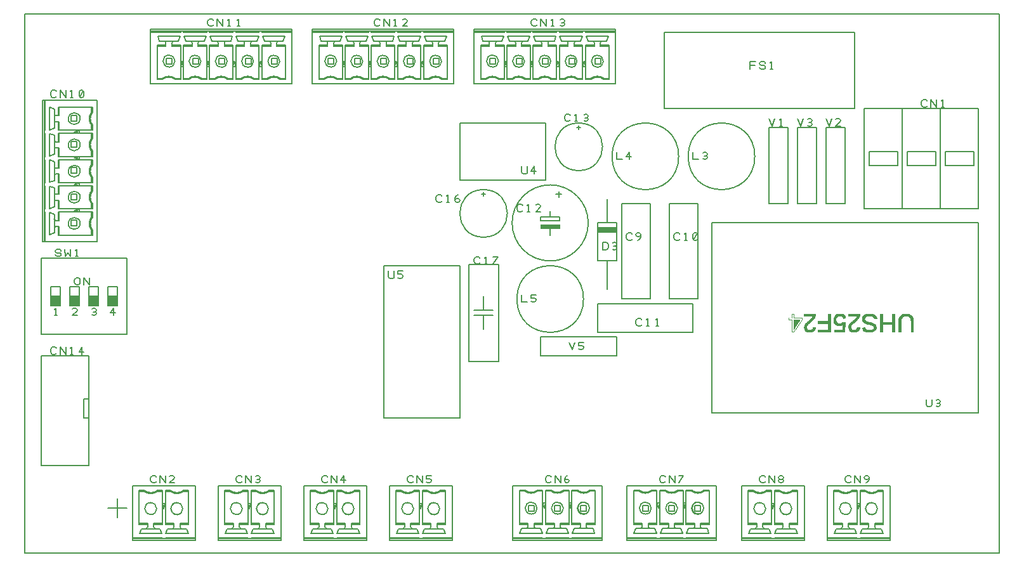
<source format=gbr>
%FSLAX23Y23*%
%MOIN*%
G04 EasyPC Gerber Version 16.0.6 Build 3249 *
%ADD94C,0.00100*%
%ADD10C,0.00500*%
%ADD98C,0.00600*%
%ADD92C,0.00800*%
X0Y0D02*
D02*
D10*
X105Y1638D02*
X95D01*
Y2382*
X105*
Y2225*
Y1796D02*
Y1638D01*
X109*
X105Y1812D02*
Y1796D01*
X109*
Y1638*
X381*
Y2382*
X109*
Y2225*
X105*
Y2209*
X109*
Y2087*
X105*
Y2071*
X109*
Y1949*
X105*
Y1934*
X109*
Y1812*
X105*
Y1934D02*
Y1812D01*
Y2071D02*
Y1949D01*
Y2209D02*
Y2087D01*
X109Y2382D02*
X105D01*
X169Y1054D02*
X166Y1050D01*
X160Y1047*
X150*
X144Y1050*
X141Y1054*
X138Y1060*
Y1072*
X141Y1079*
X144Y1082*
X150Y1085*
X160*
X166Y1082*
X169Y1079*
X188Y1047D02*
Y1085D01*
X219Y1047*
Y1085*
X244Y1047D02*
X256D01*
X250D02*
Y1085D01*
X244Y1079*
X303Y1047D02*
Y1085D01*
X288Y1060*
X313*
X138Y1303D02*
X188D01*
Y1353*
X138*
Y1303*
G36*
X188*
Y1353*
X138*
Y1303*
G37*
X188*
Y1403*
X138*
Y1303*
X169Y2404D02*
X166Y2400D01*
X160Y2397*
X150*
X144Y2400*
X141Y2404*
X138Y2410*
Y2422*
X141Y2429*
X144Y2432*
X150Y2435*
X160*
X166Y2432*
X169Y2429*
X188Y2397D02*
Y2435D01*
X219Y2397*
Y2435*
X244Y2397D02*
X256D01*
X250D02*
Y2435D01*
X244Y2429*
X291Y2400D02*
X297Y2397D01*
X303*
X310Y2400*
X313Y2407*
Y2425*
X310Y2432*
X303Y2435*
X297*
X291Y2432*
X288Y2425*
Y2407*
X291Y2400*
X310Y2432*
X159Y1252D02*
X171D01*
X165D02*
Y1290D01*
X159Y1284*
X158Y1711D02*
Y1784D01*
X131Y1793*
Y1676*
X158Y1685*
Y1711*
G75*
G02X165Y1719I8*
G01*
X179Y1719*
X158Y1823D02*
Y1922D01*
X131Y1931*
Y1814*
X158Y1823*
Y1961D02*
Y2060D01*
X131Y2069*
Y1952*
X158Y1961*
Y2099D02*
Y2198D01*
X131Y2207*
Y2090*
X158Y2099*
Y2310D02*
Y2262D01*
X163Y1572D02*
X166Y1565D01*
X172Y1562*
X185*
X191Y1565*
X194Y1572*
X191Y1578*
X185Y1581*
X172*
X166Y1584*
X163Y1590*
X166Y1597*
X172Y1600*
X185*
X191Y1597*
X194Y1590*
X213Y1600D02*
X216Y1562D01*
X228Y1581*
X241Y1562*
X244Y1600*
X269Y1562D02*
X281D01*
X275D02*
Y1600D01*
X269Y1594*
X179Y1751D02*
X165D01*
G75*
G02X158Y1758J8*
G01*
X179Y1812D02*
X184D01*
Y1857*
X179*
Y1812*
Y1857D02*
X165D01*
G75*
G03X158Y1849J-8*
G01*
X179Y1888D02*
X165Y1888D01*
G75*
G02X158Y1896J8*
G01*
X179Y1995D02*
Y1949D01*
X184*
Y1995*
X165*
G75*
G03X158Y1987J-8*
G01*
X179Y2026D02*
X165D01*
G75*
G02X158Y2034J8*
G01*
X179Y2132D02*
X165D01*
G75*
G03X158Y2125J-8*
G01*
X179Y2164D02*
X165D01*
G75*
G02X158Y2172J8*
G01*
X179Y2270D02*
Y2225D01*
X184*
X179Y2302D02*
X184D01*
Y2347*
X353*
X353Y2321*
G75*
G03Y2251I47J-35*
G01*
X353Y2225*
X184*
Y2270*
X165*
G75*
G03X158Y2262J-8*
G01*
Y2237*
X131Y2227*
Y2345*
X158Y2335*
Y2310*
G75*
G03X165Y2302I8*
G01*
X179*
Y2347*
X184*
Y1934D02*
X179D01*
Y1888*
X184*
Y1934*
X359*
Y1906*
G75*
G03X359Y1839I42J-34*
G01*
X359Y1812*
X184*
Y1949D02*
X353D01*
X353Y1975*
G75*
G02Y2046I47J35*
G01*
X353Y2071*
X184D02*
X179D01*
Y2026*
X184*
Y2071*
X359*
Y2044*
G75*
G03X359Y1977I42J-34*
G01*
X359Y1949*
X353*
X238Y1303D02*
X288D01*
Y1353*
X238*
Y1303*
G36*
X288*
Y1353*
X238*
Y1303*
G37*
X288*
Y1403*
X238*
Y1303*
X247Y1753D02*
Y1722D01*
X277*
Y1753*
X247*
Y1890D02*
Y1860D01*
X277*
Y1890*
X247*
Y2028D02*
Y1998D01*
X277*
Y2028*
X247*
Y2166D02*
Y2136D01*
X277*
Y2166*
X247*
Y2304D02*
Y2274D01*
X277*
Y2304*
X247*
X278Y1252D02*
X253D01*
X275Y1274*
X278Y1280*
X275Y1287*
X268Y1290*
X259*
X253Y1287*
X263Y1425D02*
Y1437D01*
X266Y1444*
X269Y1447*
X275Y1450*
X281*
X288Y1447*
X291Y1444*
X294Y1437*
Y1425*
X291Y1419*
X288Y1415*
X281Y1412*
X275*
X269Y1415*
X266Y1419*
X263Y1425*
X313Y1412D02*
Y1450D01*
X344Y1412*
Y1450*
X290Y1796D02*
Y1811D01*
X263Y1804*
X290Y1796*
Y1934D02*
Y1949D01*
X263Y1941*
X290Y1934*
Y2087D02*
X263Y2079D01*
X290Y2072*
Y2087*
Y2224D02*
X263Y2217D01*
X290Y2210*
Y2224*
X294Y1735D02*
G75*
G03X231I-31D01*
G01*
G75*
G03X294I31*
G01*
X294Y1873D02*
G75*
G03X231I-31D01*
G01*
G75*
G03X294I31*
G01*
X294Y2010D02*
G75*
G03X231I-31D01*
G01*
G75*
G03X294I31*
G01*
Y2148D02*
G75*
G03X231I-31D01*
G01*
G75*
G03X294I31*
G01*
Y2286D02*
G75*
G03X231I-31D01*
G01*
G75*
G03X294I31*
G01*
X338Y813D02*
X313D01*
Y713*
X338*
Y1038D02*
Y463D01*
X88*
Y1038*
X338*
Y1303D02*
X388D01*
Y1353*
X338*
Y1303*
G36*
X388*
Y1353*
X338*
Y1303*
G37*
X388*
Y1403*
X338*
Y1303*
X356Y1255D02*
X362Y1252D01*
X368*
X375Y1255*
X378Y1262*
X375Y1268*
X368Y1271*
X362*
X368D02*
X375Y1274D01*
X378Y1280*
X375Y1287*
X368Y1290*
X362*
X356Y1287*
X353Y1674D02*
X179D01*
Y1719*
X184*
Y1674*
X353Y1796D02*
X179D01*
Y1751*
X184*
Y1796*
X353Y1934D02*
Y1908D01*
G75*
G03X353Y1837I47J-35*
G01*
X353Y1812*
Y2087D02*
X359D01*
X359Y2115*
G75*
G02X359Y2182I42J34*
G01*
Y2209*
X184*
Y2164*
X179*
Y2209*
X184*
X353D02*
X353Y2184D01*
G75*
G03X353Y2113I47J-35*
G01*
Y2087*
X184*
Y2132*
X179*
Y2087*
X184*
X353Y2225D02*
X359D01*
Y2252*
G75*
G02X359Y2320I42J34*
G01*
X359Y2347*
X353*
X359Y1768D02*
G75*
G03X359Y1701I42J-34D01*
G01*
Y1674*
X353*
X353Y1699*
G75*
G02X353Y1770I47J35*
G01*
Y1796*
X359*
Y1768*
X359*
X438Y1303D02*
X488D01*
Y1353*
X438*
Y1303*
G36*
X488*
Y1353*
X438*
Y1303*
G37*
X488*
Y1403*
X438*
Y1303*
X468Y1252D02*
Y1290D01*
X453Y1265*
X478*
X488Y288D02*
Y188D01*
X538Y238D02*
X438D01*
X568Y79D02*
Y83D01*
X725*
Y79*
X603Y158D02*
X648D01*
Y152*
X603*
Y332*
X631*
G75*
G03X698Y332I34J42*
G01*
X725Y332*
Y152*
X680*
Y158*
X725*
X603Y327D02*
X629D01*
G75*
G03X700Y327I35J47*
G01*
X725Y327*
X648Y152D02*
X648Y139D01*
G75*
G02X641Y131I-8*
G01*
X694Y379D02*
X691Y375D01*
X685Y372*
X675*
X669Y375*
X666Y379*
X663Y385*
Y397*
X666Y404*
X669Y407*
X675Y410*
X685*
X691Y407*
X694Y404*
X713Y372D02*
Y410D01*
X744Y372*
Y410*
X788Y372D02*
X763D01*
X785Y394*
X788Y400*
X785Y407*
X778Y410*
X769*
X763Y407*
X663Y2745D02*
Y2755D01*
X1407*
Y2745*
X1250*
X664Y268D02*
G75*
G03Y205J-31D01*
G01*
G75*
G03Y268J31*
G01*
X688Y131D02*
X714D01*
X723Y105*
X606*
X615Y131*
X688*
G75*
G02X680Y139J8*
G01*
Y152*
X699Y2497D02*
Y2672D01*
X744*
Y2667*
X699*
X736Y2693D02*
X809D01*
X818Y2720*
X701*
X710Y2693*
X736*
G75*
G02X744Y2685J-8*
G01*
X744Y2672*
X740Y264D02*
X726D01*
X733Y236*
X740Y264*
X741Y79D02*
X898D01*
X741Y158D02*
Y152D01*
X786*
Y139*
G75*
G02X778Y131I-8*
G01*
X741Y327D02*
Y158D01*
X786*
Y152*
X760Y2557D02*
G75*
G03Y2620J31D01*
G01*
G75*
G03Y2557J-31*
G01*
X775Y2672D02*
Y2685D01*
G75*
G02X783Y2693I8*
G01*
X777Y2604D02*
X747D01*
Y2574*
X777*
Y2604*
X793Y2492D02*
G75*
G03X726Y2492I-34J-42D01*
G01*
X699*
Y2497*
X724Y2497*
G75*
G02X795Y2497I35J-47*
G01*
X821*
Y2492*
X793*
Y2492*
X801Y268D02*
G75*
G03Y205J-31D01*
G01*
G75*
G03Y268J31*
G01*
X821Y2497D02*
Y2672D01*
X775*
Y2667*
X821*
Y2745D02*
X663D01*
Y2741*
X821Y2560D02*
X836D01*
X828Y2588*
X821Y2560*
X822Y261D02*
G75*
G03Y212I-20J-25D01*
G01*
X826Y131D02*
G75*
G02X818Y139J8D01*
G01*
Y158*
X863*
Y152*
X818*
X836Y2672D02*
Y2667D01*
X882*
Y2672*
X836*
Y2745D02*
X821D01*
Y2741*
X663*
Y2470*
X1407*
Y2741*
X1250*
Y2745*
X1234*
Y2741*
X1112*
Y2745*
X1096*
Y2741*
X974*
Y2745*
X958*
Y2741*
X836*
Y2745*
X848Y2693D02*
X947D01*
X956Y2720*
X839*
X848Y2693*
X861Y105D02*
X851Y131D01*
X753*
X743Y105*
X861*
X863Y158D02*
Y332D01*
X836Y332*
G75*
G02X768Y332I-34J42*
G01*
X741*
Y327*
X767*
G75*
G03X837Y327I35J47*
G01*
X863Y327*
X882Y2672D02*
Y2685D01*
G75*
G03X874Y2693I-8*
G01*
X897Y2556D02*
G75*
G03Y2619J31D01*
G01*
G75*
G03Y2556J-31*
G01*
X913Y2672D02*
X913Y2685D01*
G75*
G02X921Y2693I8*
G01*
X915Y2604D02*
X885D01*
Y2574*
X915*
Y2604*
X958Y2497D02*
X933D01*
G75*
G03X862Y2497I-35J-47*
G01*
X836Y2497*
X958Y2667D02*
Y2672D01*
X913*
Y2667*
X958*
Y2492*
X931*
G75*
G03X864Y2492I-34J-42*
G01*
X836Y2492*
Y2667*
X958Y2745D02*
X836D01*
X959Y2560D02*
X974D01*
X966Y2588*
X959Y2560*
X994Y2779D02*
X991Y2775D01*
X985Y2772*
X975*
X969Y2775*
X966Y2779*
X963Y2785*
Y2797*
X966Y2804*
X969Y2807*
X975Y2810*
X985*
X991Y2807*
X994Y2804*
X1013Y2772D02*
Y2810D01*
X1044Y2772*
Y2810*
X1069Y2772D02*
X1081D01*
X1075D02*
Y2810D01*
X1069Y2804*
X1119Y2772D02*
X1131D01*
X1125D02*
Y2810D01*
X1119Y2804*
X974Y2667D02*
Y2497D01*
X1000Y2497*
G75*
G02X1071I35J-47*
G01*
X1096Y2497*
X986Y2693D02*
X1085D01*
X1094Y2720*
X977*
X986Y2693*
X1018Y79D02*
Y83D01*
X1175*
Y79*
X1019Y2672D02*
X974D01*
Y2667*
X1019*
Y2685*
G75*
G03X1012Y2693I-8*
G01*
X1035Y2556D02*
G75*
G03Y2619J31D01*
G01*
G75*
G03Y2556J-31*
G01*
X1051Y2672D02*
Y2685D01*
G75*
G02X1059Y2693I8*
G01*
X1053Y2604D02*
X1023D01*
Y2574*
X1053*
Y2604*
X1053Y158D02*
X1098D01*
Y152*
X1053*
Y332*
X1081*
G75*
G03X1148Y332I34J42*
G01*
X1175Y332*
Y152*
X1130*
Y158*
X1175*
X1053Y327D02*
X1079D01*
G75*
G03X1150Y327I35J47*
G01*
X1175Y327*
X1096Y2667D02*
Y2672D01*
X1051*
Y2667*
X1096*
Y2492*
X1069*
G75*
G03X1002Y2492I-34J-42*
G01*
X974Y2492*
Y2497*
X1096Y2745D02*
X974D01*
X1098Y152D02*
X1098Y139D01*
G75*
G02X1091Y131I-8*
G01*
X1111Y2560D02*
X1104Y2588D01*
X1097Y2560*
X1111*
X1112Y2497D02*
Y2492D01*
X1139Y2492*
G75*
G02X1207Y2492I34J-42*
G01*
X1234*
Y2667*
X1189*
Y2672*
X1234*
Y2667*
X1144Y379D02*
X1141Y375D01*
X1135Y372*
X1125*
X1119Y375*
X1116Y379*
X1113Y385*
Y397*
X1116Y404*
X1119Y407*
X1125Y410*
X1135*
X1141Y407*
X1144Y404*
X1163Y372D02*
Y410D01*
X1194Y372*
Y410*
X1216Y375D02*
X1222Y372D01*
X1228*
X1235Y375*
X1238Y382*
X1235Y388*
X1228Y391*
X1222*
X1228D02*
X1235Y394D01*
X1238Y400*
X1235Y407*
X1228Y410*
X1222*
X1216Y407*
X1114Y268D02*
G75*
G03Y205J-31D01*
G01*
G75*
G03Y268J31*
G01*
X1124Y2693D02*
X1222D01*
X1232Y2720*
X1114*
X1124Y2693*
X1138Y131D02*
X1164D01*
X1173Y105*
X1056*
X1065Y131*
X1138*
G75*
G02X1130Y139J8*
G01*
Y152*
X1157Y2672D02*
Y2685D01*
G75*
G03X1149Y2693I-8*
G01*
X1173Y2556D02*
G75*
G03Y2619J31D01*
G01*
G75*
G03Y2556J-31*
G01*
X1189Y2672D02*
Y2685D01*
G75*
G02X1197Y2693I8*
G01*
X1190Y264D02*
X1176D01*
X1183Y236*
X1190Y264*
X1191Y2604D02*
X1161D01*
Y2574*
X1191*
Y2604*
X1191Y79D02*
X1348D01*
X1191Y158D02*
Y152D01*
X1236*
Y139*
G75*
G02X1228Y131I-8*
G01*
X1191Y327D02*
Y158D01*
X1236*
Y152*
X1234Y2497D02*
X1208Y2497D01*
G75*
G03X1138Y2497I-35J-47*
G01*
X1112*
Y2667*
X1157*
Y2672*
X1112*
Y2667*
X1234Y2745D02*
X1112D01*
X1249Y2560D02*
X1242Y2588D01*
X1234Y2560*
X1249*
X1250Y2497D02*
Y2492D01*
X1277*
G75*
G02X1344Y2492I34J-42*
G01*
X1372Y2492*
Y2497*
X1251Y268D02*
G75*
G03Y205J-31D01*
G01*
G75*
G03Y268J31*
G01*
X1272Y261D02*
G75*
G03Y212I-20J-25D01*
G01*
X1276Y131D02*
G75*
G02X1268Y139J8D01*
G01*
Y158*
X1313*
Y152*
X1268*
X1295Y2672D02*
X1250D01*
Y2667*
X1311Y105D02*
X1301Y131D01*
X1203*
X1193Y105*
X1311*
X1311Y2556D02*
G75*
G03Y2619J31D01*
G01*
G75*
G03Y2556J-31*
G01*
X1313Y158D02*
Y332D01*
X1286Y332*
G75*
G02X1218Y332I-34J42*
G01*
X1191*
Y327*
X1217*
G75*
G03X1287Y327I35J47*
G01*
X1313Y327*
X1327Y2672D02*
Y2667D01*
X1372*
Y2497*
X1346Y2497*
G75*
G03X1275I-35J-47*
G01*
X1250Y2497*
Y2667*
X1295*
Y2685*
G75*
G03X1287Y2693I-8*
G01*
X1261*
X1252Y2720*
X1369*
X1360Y2693*
X1334*
G75*
G03X1327Y2685J-8*
G01*
Y2672*
X1372*
Y2667*
X1328Y2604D02*
X1298D01*
Y2574*
X1328*
Y2604*
X1334Y2693D02*
X1287D01*
X1407Y2741D02*
Y2745D01*
X1468Y79D02*
Y83D01*
X1625*
Y79*
X1503Y158D02*
X1548D01*
Y152*
X1503*
Y332*
X1531*
G75*
G03X1598Y332I34J42*
G01*
X1625Y332*
Y152*
X1580*
Y158*
X1625*
X1503Y327D02*
X1529D01*
G75*
G03X1600Y327I35J47*
G01*
X1625Y327*
X1513Y2745D02*
Y2755D01*
X2257*
Y2745*
X2100*
X1548Y152D02*
X1548Y139D01*
G75*
G02X1541Y131I-8*
G01*
X1549Y2497D02*
Y2672D01*
X1594*
Y2667*
X1549*
X1594Y379D02*
X1591Y375D01*
X1585Y372*
X1575*
X1569Y375*
X1566Y379*
X1563Y385*
Y397*
X1566Y404*
X1569Y407*
X1575Y410*
X1585*
X1591Y407*
X1594Y404*
X1613Y372D02*
Y410D01*
X1644Y372*
Y410*
X1678Y372D02*
Y410D01*
X1663Y385*
X1688*
X1564Y268D02*
G75*
G03Y205J-31D01*
G01*
G75*
G03Y268J31*
G01*
X1586Y2693D02*
X1659D01*
X1668Y2720*
X1551*
X1560Y2693*
X1586*
G75*
G02X1594Y2685J-8*
G01*
X1594Y2672*
X1588Y131D02*
X1614D01*
X1623Y105*
X1506*
X1515Y131*
X1588*
G75*
G02X1580Y139J8*
G01*
Y152*
X1610Y2557D02*
G75*
G03Y2620J31D01*
G01*
G75*
G03Y2557J-31*
G01*
X1625Y2672D02*
Y2685D01*
G75*
G02X1633Y2693I8*
G01*
X1627Y2604D02*
X1597D01*
Y2574*
X1627*
Y2604*
X1640Y264D02*
X1626D01*
X1633Y236*
X1640Y264*
X1641Y79D02*
X1798D01*
X1641Y158D02*
Y152D01*
X1686*
Y139*
G75*
G02X1678Y131I-8*
G01*
X1641Y327D02*
Y158D01*
X1686*
Y152*
X1643Y2492D02*
G75*
G03X1576Y2492I-34J-42D01*
G01*
X1549*
Y2497*
X1574Y2497*
G75*
G02X1645Y2497I35J-47*
G01*
X1671*
Y2492*
X1643*
Y2492*
X1671Y2497D02*
Y2672D01*
X1625*
Y2667*
X1671*
Y2745D02*
X1513D01*
Y2741*
X1671Y2560D02*
X1686D01*
X1678Y2588*
X1671Y2560*
X1686Y2672D02*
Y2667D01*
X1732*
Y2672*
X1686*
Y2745D02*
X1671D01*
Y2741*
X1513*
Y2470*
X2257*
Y2741*
X2100*
Y2745*
X2084*
Y2741*
X1962*
Y2745*
X1946*
Y2741*
X1824*
Y2745*
X1808*
Y2741*
X1686*
Y2745*
X1698Y2693D02*
X1797D01*
X1806Y2720*
X1689*
X1698Y2693*
X1701Y268D02*
G75*
G03Y205J-31D01*
G01*
G75*
G03Y268J31*
G01*
X1722Y261D02*
G75*
G03Y212I-20J-25D01*
G01*
X1726Y131D02*
G75*
G02X1718Y139J8D01*
G01*
Y158*
X1763*
Y152*
X1718*
X1732Y2672D02*
Y2685D01*
G75*
G03X1724Y2693I-8*
G01*
X1747Y2556D02*
G75*
G03Y2619J31D01*
G01*
G75*
G03Y2556J-31*
G01*
X1761Y105D02*
X1751Y131D01*
X1653*
X1643Y105*
X1761*
X1763Y158D02*
Y332D01*
X1736Y332*
G75*
G02X1668Y332I-34J42*
G01*
X1641*
Y327*
X1667*
G75*
G03X1737Y327I35J47*
G01*
X1763Y327*
X1763Y2672D02*
X1763Y2685D01*
G75*
G02X1771Y2693I8*
G01*
X1765Y2604D02*
X1735D01*
Y2574*
X1765*
Y2604*
X1808Y2497D02*
X1783D01*
G75*
G03X1712Y2497I-35J-47*
G01*
X1686Y2497*
X1808Y2667D02*
Y2672D01*
X1763*
Y2667*
X1808*
Y2492*
X1781*
G75*
G03X1714Y2492I-34J-42*
G01*
X1686Y2492*
Y2667*
X1808Y2745D02*
X1686D01*
X1809Y2560D02*
X1824D01*
X1816Y2588*
X1809Y2560*
X1824Y2667D02*
Y2497D01*
X1850Y2497*
G75*
G02X1921I35J-47*
G01*
X1946Y2497*
X1836Y2693D02*
X1935D01*
X1944Y2720*
X1827*
X1836Y2693*
X1869Y2779D02*
X1866Y2775D01*
X1860Y2772*
X1850*
X1844Y2775*
X1841Y2779*
X1838Y2785*
Y2797*
X1841Y2804*
X1844Y2807*
X1850Y2810*
X1860*
X1866Y2807*
X1869Y2804*
X1888Y2772D02*
Y2810D01*
X1919Y2772*
Y2810*
X1944Y2772D02*
X1956D01*
X1950D02*
Y2810D01*
X1944Y2804*
X2013Y2772D02*
X1988D01*
X2010Y2794*
X2013Y2800*
X2010Y2807*
X2003Y2810*
X1994*
X1988Y2807*
X1869Y2672D02*
X1824D01*
Y2667*
X1869*
Y2685*
G75*
G03X1862Y2693I-8*
G01*
X1885Y2556D02*
G75*
G03Y2619J31D01*
G01*
G75*
G03Y2556J-31*
G01*
X1901Y2672D02*
Y2685D01*
G75*
G02X1909Y2693I8*
G01*
X1903Y2604D02*
X1873D01*
Y2574*
X1903*
Y2604*
X1913Y1485D02*
Y1457D01*
X1916Y1450*
X1922Y1447*
X1935*
X1941Y1450*
X1944Y1457*
Y1485*
X1963Y1450D02*
X1969Y1447D01*
X1978*
X1985Y1450*
X1988Y1457*
Y1460*
X1985Y1466*
X1978Y1469*
X1963*
Y1485*
X1988*
X1918Y79D02*
Y83D01*
X2075*
Y79*
X1946Y2667D02*
Y2672D01*
X1901*
Y2667*
X1946*
Y2492*
X1919*
G75*
G03X1852Y2492I-34J-42*
G01*
X1824Y2492*
Y2497*
X1946Y2745D02*
X1824D01*
X1953Y158D02*
X1998D01*
Y152*
X1953*
Y332*
X1981*
G75*
G03X2048Y332I34J42*
G01*
X2075Y332*
Y152*
X2030*
Y158*
X2075*
X1953Y327D02*
X1979D01*
G75*
G03X2050Y327I35J47*
G01*
X2075Y327*
X1961Y2560D02*
X1954Y2588D01*
X1947Y2560*
X1961*
X1962Y2497D02*
Y2492D01*
X1989Y2492*
G75*
G02X2057Y2492I34J-42*
G01*
X2084*
Y2667*
X2039*
Y2672*
X2084*
Y2667*
X1974Y2693D02*
X2072D01*
X2082Y2720*
X1964*
X1974Y2693*
X1998Y152D02*
X1998Y139D01*
G75*
G02X1991Y131I-8*
G01*
X2007Y2672D02*
Y2685D01*
G75*
G03X1999Y2693I-8*
G01*
X2044Y379D02*
X2041Y375D01*
X2035Y372*
X2025*
X2019Y375*
X2016Y379*
X2013Y385*
Y397*
X2016Y404*
X2019Y407*
X2025Y410*
X2035*
X2041Y407*
X2044Y404*
X2063Y372D02*
Y410D01*
X2094Y372*
Y410*
X2113Y375D02*
X2119Y372D01*
X2128*
X2135Y375*
X2138Y382*
Y385*
X2135Y391*
X2128Y394*
X2113*
Y410*
X2138*
X2014Y268D02*
G75*
G03Y205J-31D01*
G01*
G75*
G03Y268J31*
G01*
X2023Y2556D02*
G75*
G03Y2619J31D01*
G01*
G75*
G03Y2556J-31*
G01*
X2038Y131D02*
X2064D01*
X2073Y105*
X1956*
X1965Y131*
X2038*
G75*
G02X2030Y139J8*
G01*
Y152*
X2039Y2672D02*
Y2685D01*
G75*
G02X2047Y2693I8*
G01*
X2041Y2604D02*
X2011D01*
Y2574*
X2041*
Y2604*
X2084Y2497D02*
X2058Y2497D01*
G75*
G03X1988Y2497I-35J-47*
G01*
X1962*
Y2667*
X2007*
Y2672*
X1962*
Y2667*
X2084Y2745D02*
X1962D01*
X2090Y264D02*
X2076D01*
X2083Y236*
X2090Y264*
X2091Y79D02*
X2248D01*
X2091Y158D02*
Y152D01*
X2136*
Y139*
G75*
G02X2128Y131I-8*
G01*
X2091Y327D02*
Y158D01*
X2136*
Y152*
X2099Y2560D02*
X2092Y2588D01*
X2084Y2560*
X2099*
X2100Y2497D02*
Y2492D01*
X2127*
G75*
G02X2194Y2492I34J-42*
G01*
X2222Y2492*
Y2497*
X2145Y2672D02*
X2100D01*
Y2667*
X2151Y268D02*
G75*
G03Y205J-31D01*
G01*
G75*
G03Y268J31*
G01*
X2161Y2556D02*
G75*
G03Y2619J31D01*
G01*
G75*
G03Y2556J-31*
G01*
X2194Y1854D02*
X2191Y1850D01*
X2185Y1847*
X2175*
X2169Y1850*
X2166Y1854*
X2163Y1860*
Y1872*
X2166Y1879*
X2169Y1882*
X2175Y1885*
X2185*
X2191Y1882*
X2194Y1879*
X2219Y1847D02*
X2231D01*
X2225D02*
Y1885D01*
X2219Y1879*
X2263Y1857D02*
X2266Y1863D01*
X2272Y1866*
X2278*
X2285Y1863*
X2288Y1857*
X2285Y1850*
X2278Y1847*
X2272*
X2266Y1850*
X2263Y1857*
Y1866*
X2266Y1875*
X2272Y1882*
X2278Y1885*
X2172Y261D02*
G75*
G03Y212I-20J-25D01*
G01*
X2176Y131D02*
G75*
G02X2168Y139J8D01*
G01*
Y158*
X2213*
Y152*
X2168*
X2177Y2672D02*
Y2667D01*
X2222*
Y2497*
X2196Y2497*
G75*
G03X2125I-35J-47*
G01*
X2100Y2497*
Y2667*
X2145*
Y2685*
G75*
G03X2137Y2693I-8*
G01*
X2111*
X2102Y2720*
X2219*
X2210Y2693*
X2184*
G75*
G03X2177Y2685J-8*
G01*
Y2672*
X2222*
Y2667*
X2178Y2604D02*
X2148D01*
Y2574*
X2178*
Y2604*
X2184Y2693D02*
X2137D01*
X2211Y105D02*
X2201Y131D01*
X2103*
X2093Y105*
X2211*
X2213Y158D02*
Y332D01*
X2186Y332*
G75*
G02X2118Y332I-34J42*
G01*
X2091*
Y327*
X2117*
G75*
G03X2187Y327I35J47*
G01*
X2213Y327*
X2257Y2741D02*
Y2745D01*
X2288Y713D02*
Y1513D01*
X1888*
Y713*
X2288*
X2363Y1253D02*
X2463D01*
X2363Y1278D02*
X2463D01*
X2394Y1529D02*
X2391Y1525D01*
X2385Y1522*
X2375*
X2369Y1525*
X2366Y1529*
X2363Y1535*
Y1547*
X2366Y1554*
X2369Y1557*
X2375Y1560*
X2385*
X2391Y1557*
X2394Y1554*
X2419Y1522D02*
X2431D01*
X2425D02*
Y1560D01*
X2419Y1554*
X2463Y1522D02*
X2488Y1560D01*
X2463*
X2363Y2745D02*
Y2755D01*
X3107*
Y2745*
X2950*
X2399Y2497D02*
Y2672D01*
X2444*
Y2667*
X2399*
X2413Y1253D02*
Y1178D01*
Y1353D02*
Y1278D01*
X2436Y2693D02*
X2509D01*
X2518Y2720*
X2401*
X2410Y2693*
X2436*
G75*
G02X2444Y2685J-8*
G01*
X2444Y2672*
X2460Y2557D02*
G75*
G03Y2620J31D01*
G01*
G75*
G03Y2557J-31*
G01*
X2475Y2672D02*
Y2685D01*
G75*
G02X2483Y2693I8*
G01*
X2477Y2604D02*
X2447D01*
Y2574*
X2477*
Y2604*
X2493Y2492D02*
G75*
G03X2426Y2492I-34J-42D01*
G01*
X2399*
Y2497*
X2424Y2497*
G75*
G02X2495Y2497I35J-47*
G01*
X2521*
Y2492*
X2493*
Y2492*
X2521Y2497D02*
Y2672D01*
X2475*
Y2667*
X2521*
Y2745D02*
X2363D01*
Y2741*
X2521Y2560D02*
X2536D01*
X2528Y2588*
X2521Y2560*
X2536Y2672D02*
Y2667D01*
X2582*
Y2672*
X2536*
Y2745D02*
X2521D01*
Y2741*
X2363*
Y2470*
X3107*
Y2741*
X2950*
Y2745*
X2934*
Y2741*
X2812*
Y2745*
X2796*
Y2741*
X2674*
Y2745*
X2658*
Y2741*
X2536*
Y2745*
X2548Y2693D02*
X2647D01*
X2656Y2720*
X2539*
X2548Y2693*
X2566Y84D02*
Y81D01*
X2582Y2672D02*
Y2685D01*
G75*
G03X2574Y2693I-8*
G01*
X2588Y1338D02*
G75*
G03X2938I175D01*
G01*
G75*
G03X2588I-175*
G01*
X2619Y1804D02*
X2616Y1800D01*
X2610Y1797*
X2600*
X2594Y1800*
X2591Y1804*
X2588Y1810*
Y1822*
X2591Y1829*
X2594Y1832*
X2600Y1835*
X2610*
X2616Y1832*
X2619Y1829*
X2644Y1797D02*
X2656D01*
X2650D02*
Y1835D01*
X2644Y1829*
X2713Y1797D02*
X2688D01*
X2710Y1819*
X2713Y1825*
X2710Y1832*
X2703Y1835*
X2694*
X2688Y1832*
X2597Y2556D02*
G75*
G03Y2619J31D01*
G01*
G75*
G03Y2556J-31*
G01*
X2602Y159D02*
Y334D01*
X2629*
G75*
G03X2696Y334I34J42*
G01*
X2724Y334*
Y329*
X2613Y1360D02*
Y1322D01*
X2644*
X2663Y1325D02*
X2669Y1322D01*
X2678*
X2685Y1325*
X2688Y1332*
Y1335*
X2685Y1341*
X2678Y1344*
X2663*
Y1360*
X2688*
X2613Y2035D02*
Y2007D01*
X2616Y2000*
X2622Y1997*
X2635*
X2641Y2000*
X2644Y2007*
Y2035*
X2678Y1997D02*
Y2035D01*
X2663Y2010*
X2688*
X2613Y2672D02*
X2613Y2685D01*
G75*
G02X2621Y2693I8*
G01*
X2615Y2604D02*
X2585D01*
Y2574*
X2615*
Y2604*
X2647Y154D02*
Y159D01*
X2602*
Y154*
X2647*
Y141*
G75*
G02X2639Y133I-8*
G01*
X2712*
X2722Y106*
X2604*
X2613Y133*
X2639*
X2648Y224D02*
X2678D01*
Y254*
X2648*
Y224*
X2658Y2497D02*
X2633D01*
G75*
G03X2562Y2497I-35J-47*
G01*
X2536Y2497*
X2658Y2667D02*
Y2672D01*
X2613*
Y2667*
X2658*
Y2492*
X2631*
G75*
G03X2564Y2492I-34J-42*
G01*
X2536Y2492*
Y2667*
X2658Y2745D02*
X2536D01*
X2659Y2560D02*
X2674D01*
X2666Y2588*
X2659Y2560*
X2694Y2779D02*
X2691Y2775D01*
X2685Y2772*
X2675*
X2669Y2775*
X2666Y2779*
X2663Y2785*
Y2797*
X2666Y2804*
X2669Y2807*
X2675Y2810*
X2685*
X2691Y2807*
X2694Y2804*
X2713Y2772D02*
Y2810D01*
X2744Y2772*
Y2810*
X2769Y2772D02*
X2781D01*
X2775D02*
Y2810D01*
X2769Y2804*
X2816Y2775D02*
X2822Y2772D01*
X2828*
X2835Y2775*
X2838Y2782*
X2835Y2788*
X2828Y2791*
X2822*
X2828D02*
X2835Y2794D01*
X2838Y2800*
X2835Y2807*
X2828Y2810*
X2822*
X2816Y2807*
X2663Y270D02*
G75*
G03Y207J-31D01*
G01*
G75*
G03Y270J31*
G01*
X2674Y2667D02*
Y2497D01*
X2700Y2497*
G75*
G02X2771I35J-47*
G01*
X2796Y2497*
X2686Y2693D02*
X2785D01*
X2794Y2720*
X2677*
X2686Y2693*
X2686Y133D02*
G75*
G02X2679Y141J8D01*
G01*
Y154*
X2724*
Y329*
X2698*
G75*
G02X2627Y329I-35J47*
G01*
X2602Y329*
X2713Y1038D02*
X3113D01*
Y1138*
X2713*
Y1038*
X2719Y2672D02*
X2674D01*
Y2667*
X2719*
Y2685*
G75*
G03X2712Y2693I-8*
G01*
X2724Y81D02*
X2566D01*
Y71*
X3035*
Y84*
X2877*
Y81*
X2724Y159D02*
X2679D01*
Y154*
X2724Y266D02*
X2732Y238D01*
X2739Y266*
X2724*
X2735Y2556D02*
G75*
G03Y2619J31D01*
G01*
G75*
G03Y2556J-31*
G01*
X2769Y379D02*
X2766Y375D01*
X2760Y372*
X2750*
X2744Y375*
X2741Y379*
X2738Y385*
Y397*
X2741Y404*
X2744Y407*
X2750Y410*
X2760*
X2766Y407*
X2769Y404*
X2788Y372D02*
Y410D01*
X2819Y372*
Y410*
X2838Y382D02*
X2841Y388D01*
X2847Y391*
X2853*
X2860Y388*
X2863Y382*
X2860Y375*
X2853Y372*
X2847*
X2841Y375*
X2838Y382*
Y391*
X2841Y400*
X2847Y407*
X2853Y410*
X2740Y81D02*
Y84D01*
X2862*
Y81*
X2740Y159D02*
X2785D01*
Y154*
X2751Y2672D02*
Y2685D01*
G75*
G02X2759Y2693I8*
G01*
X2751Y133D02*
X2850D01*
X2859Y106*
X2742*
X2751Y133*
X2753Y2604D02*
X2723D01*
Y2574*
X2753*
Y2604*
X2777Y133D02*
G75*
G03X2785Y141J8D01*
G01*
Y154*
X2740*
Y334*
X2767Y334*
G75*
G03X2834Y334I34J42*
G01*
X2862*
Y329*
X2836Y329*
G75*
G02X2765I-35J47*
G01*
X2740Y329*
X2785Y224D02*
X2815D01*
Y254*
X2785*
Y224*
X2796Y2667D02*
Y2672D01*
X2751*
Y2667*
X2796*
Y2492*
X2769*
G75*
G03X2702Y2492I-34J-42*
G01*
X2674Y2492*
Y2497*
X2796Y2745D02*
X2674D01*
X2801Y270D02*
G75*
G03Y207J-31D01*
G01*
G75*
G03Y270J31*
G01*
X2811Y2560D02*
X2804Y2588D01*
X2797Y2560*
X2811*
X2812Y2497D02*
Y2492D01*
X2839Y2492*
G75*
G02X2907Y2492I34J-42*
G01*
X2934*
Y2667*
X2889*
Y2672*
X2934*
Y2667*
X2824Y2693D02*
X2922D01*
X2932Y2720*
X2814*
X2824Y2693*
X2869Y2279D02*
X2866Y2275D01*
X2860Y2272*
X2850*
X2844Y2275*
X2841Y2279*
X2838Y2285*
Y2297*
X2841Y2304*
X2844Y2307*
X2850Y2310*
X2860*
X2866Y2307*
X2869Y2304*
X2894Y2272D02*
X2906D01*
X2900D02*
Y2310D01*
X2894Y2304*
X2941Y2275D02*
X2947Y2272D01*
X2953*
X2960Y2275*
X2963Y2282*
X2960Y2288*
X2953Y2291*
X2947*
X2953D02*
X2960Y2294D01*
X2963Y2300*
X2960Y2307*
X2953Y2310*
X2947*
X2941Y2307*
X2857Y2672D02*
Y2685D01*
G75*
G03X2849Y2693I-8*
G01*
X2862Y159D02*
X2816D01*
Y154*
X2862Y329D02*
Y154D01*
X2816*
Y141*
G75*
G03X2824Y133I8*
G01*
X2863Y1110D02*
X2878Y1072D01*
X2894Y1110*
X2913Y1075D02*
X2919Y1072D01*
X2928*
X2935Y1075*
X2938Y1082*
Y1085*
X2935Y1091*
X2928Y1094*
X2913*
Y1110*
X2938*
X2873Y2556D02*
G75*
G03Y2619J31D01*
G01*
G75*
G03Y2556J-31*
G01*
X2877Y266D02*
X2862D01*
X2870Y238*
X2877Y266*
X2877Y329D02*
Y154D01*
X2923*
Y159*
X2877*
X2889Y2672D02*
Y2685D01*
G75*
G02X2897Y2693I8*
G01*
X2891Y2604D02*
X2861D01*
Y2574*
X2891*
Y2604*
X2915Y133D02*
X2889D01*
X2880Y106*
X2997*
X2988Y133*
X2915*
G75*
G03X2923Y141J8*
G01*
X2923Y154*
X2923Y224D02*
X2953D01*
Y254*
X2923*
Y224*
X2934Y2497D02*
X2908Y2497D01*
G75*
G03X2838Y2497I-35J-47*
G01*
X2812*
Y2667*
X2857*
Y2672*
X2812*
Y2667*
X2934Y2745D02*
X2812D01*
X2939Y271D02*
G75*
G03Y208J-31D01*
G01*
G75*
G03Y271J31*
G01*
X2949Y2560D02*
X2942Y2588D01*
X2934Y2560*
X2949*
X2950Y2497D02*
Y2492D01*
X2977*
G75*
G02X3044Y2492I34J-42*
G01*
X3072Y2492*
Y2497*
X2958Y263D02*
G75*
G03Y213I-20J-25D01*
G01*
X2974Y329D02*
G75*
G02X2903Y329I-35J47D01*
G01*
X2877*
Y334*
X2905*
G75*
G03X2972Y334I34J42*
G01*
X2999Y334*
Y329*
X2974*
X2974Y329*
X2995Y2672D02*
X2950D01*
Y2667*
X2999Y159D02*
X2954D01*
Y154*
X2999Y329D02*
Y154D01*
X2954*
Y141*
G75*
G03X2962Y133I8*
G01*
X3011Y2556D02*
G75*
G03Y2619J31D01*
G01*
G75*
G03Y2556J-31*
G01*
X3027Y2672D02*
Y2667D01*
X3072*
Y2497*
X3046Y2497*
G75*
G03X2975I-35J-47*
G01*
X2950Y2497*
Y2667*
X2995*
Y2685*
G75*
G03X2987Y2693I-8*
G01*
X2961*
X2952Y2720*
X3069*
X3060Y2693*
X3034*
G75*
G03X3027Y2685J-8*
G01*
Y2672*
X3072*
Y2667*
X3028Y2604D02*
X2998D01*
Y2574*
X3028*
Y2604*
X3034Y2693D02*
X2987D01*
X3035Y84D02*
Y356D01*
X2566*
Y84*
X2724*
Y81*
X3035*
X3038Y1597D02*
Y1635D01*
X3056*
X3063Y1632*
X3066Y1629*
X3069Y1622*
Y1610*
X3066Y1604*
X3063Y1600*
X3056Y1597*
X3038*
X3091Y1600D02*
X3097Y1597D01*
X3103*
X3110Y1600*
X3113Y1607*
X3110Y1613*
X3103Y1616*
X3097*
X3103D02*
X3110Y1619D01*
X3113Y1625*
X3110Y1632*
X3103Y1635*
X3097*
X3091Y1632*
X3088Y2088D02*
G75*
G03X3438I175D01*
G01*
G75*
G03X3088I-175*
G01*
X3107Y2741D02*
Y2745D01*
X3113Y1688D02*
Y1713D01*
X3013*
Y1688*
X3113*
G36*
Y1713*
X3013*
Y1688*
X3113*
G37*
Y2110D02*
Y2072D01*
X3144*
X3178D02*
Y2110D01*
X3163Y2085*
X3188*
X3138Y1838D02*
Y1338D01*
X3288*
Y1838*
X3138*
X3194Y1654D02*
X3191Y1650D01*
X3185Y1647*
X3175*
X3169Y1650*
X3166Y1654*
X3163Y1660*
Y1672*
X3166Y1679*
X3169Y1682*
X3175Y1685*
X3185*
X3191Y1682*
X3194Y1679*
X3222Y1647D02*
X3228Y1650D01*
X3235Y1657*
X3238Y1666*
Y1675*
X3235Y1682*
X3228Y1685*
X3222*
X3216Y1682*
X3213Y1675*
X3216Y1669*
X3222Y1666*
X3228*
X3235Y1669*
X3238Y1675*
X3166Y84D02*
Y81D01*
X3202Y159D02*
Y334D01*
X3229*
G75*
G03X3296Y334I34J42*
G01*
X3324Y334*
Y329*
X3244Y1204D02*
X3241Y1200D01*
X3235Y1197*
X3225*
X3219Y1200*
X3216Y1204*
X3213Y1210*
Y1222*
X3216Y1229*
X3219Y1232*
X3225Y1235*
X3235*
X3241Y1232*
X3244Y1229*
X3269Y1197D02*
X3281D01*
X3275D02*
Y1235D01*
X3269Y1229*
X3319Y1197D02*
X3331D01*
X3325D02*
Y1235D01*
X3319Y1229*
X3247Y154D02*
Y159D01*
X3202*
Y154*
X3247*
Y141*
G75*
G02X3239Y133I-8*
G01*
X3312*
X3322Y106*
X3204*
X3213Y133*
X3239*
X3248Y224D02*
X3278D01*
Y254*
X3248*
Y224*
X3263Y270D02*
G75*
G03Y207J-31D01*
G01*
G75*
G03Y270J31*
G01*
X3286Y133D02*
G75*
G02X3279Y141J8D01*
G01*
Y154*
X3324*
Y329*
X3298*
G75*
G02X3227Y329I-35J47*
G01*
X3202Y329*
X3324Y81D02*
X3166D01*
Y71*
X3635*
Y84*
X3477*
Y81*
X3324Y159D02*
X3279D01*
Y154*
X3324Y266D02*
X3332Y238D01*
X3339Y266*
X3324*
X3369Y379D02*
X3366Y375D01*
X3360Y372*
X3350*
X3344Y375*
X3341Y379*
X3338Y385*
Y397*
X3341Y404*
X3344Y407*
X3350Y410*
X3360*
X3366Y407*
X3369Y404*
X3388Y372D02*
Y410D01*
X3419Y372*
Y410*
X3438Y372D02*
X3463Y410D01*
X3438*
X3340Y81D02*
Y84D01*
X3462*
Y81*
X3340Y159D02*
X3385D01*
Y154*
X3351Y133D02*
X3450D01*
X3459Y106*
X3342*
X3351Y133*
X3363Y2338D02*
X4363D01*
Y2738*
X3363*
Y2338*
X3377Y133D02*
G75*
G03X3385Y141J8D01*
G01*
Y154*
X3340*
Y334*
X3367Y334*
G75*
G03X3434Y334I34J42*
G01*
X3462*
Y329*
X3436Y329*
G75*
G02X3365I-35J47*
G01*
X3340Y329*
X3385Y224D02*
X3415D01*
Y254*
X3385*
Y224*
X3388Y1838D02*
Y1338D01*
X3538*
Y1838*
X3388*
X3401Y270D02*
G75*
G03Y207J-31D01*
G01*
G75*
G03Y270J31*
G01*
X3444Y1654D02*
X3441Y1650D01*
X3435Y1647*
X3425*
X3419Y1650*
X3416Y1654*
X3413Y1660*
Y1672*
X3416Y1679*
X3419Y1682*
X3425Y1685*
X3435*
X3441Y1682*
X3444Y1679*
X3469Y1647D02*
X3481D01*
X3475D02*
Y1685D01*
X3469Y1679*
X3516Y1650D02*
X3522Y1647D01*
X3528*
X3535Y1650*
X3538Y1657*
Y1675*
X3535Y1682*
X3528Y1685*
X3522*
X3516Y1682*
X3513Y1675*
Y1657*
X3516Y1650*
X3535Y1682*
X3462Y159D02*
X3416D01*
Y154*
X3462Y329D02*
Y154D01*
X3416*
Y141*
G75*
G03X3424Y133I8*
G01*
X3477Y266D02*
X3462D01*
X3470Y238*
X3477Y266*
X3477Y329D02*
Y154D01*
X3523*
Y159*
X3477*
X3488Y2088D02*
G75*
G03X3838I175D01*
G01*
G75*
G03X3488I-175*
G01*
X3513Y1313D02*
X3013D01*
Y1163*
X3513*
Y1313*
Y2110D02*
Y2072D01*
X3544*
X3566Y2075D02*
X3572Y2072D01*
X3578*
X3585Y2075*
X3588Y2082*
X3585Y2088*
X3578Y2091*
X3572*
X3578D02*
X3585Y2094D01*
X3588Y2100*
X3585Y2107*
X3578Y2110*
X3572*
X3566Y2107*
X3515Y133D02*
X3489D01*
X3480Y106*
X3597*
X3588Y133*
X3515*
G75*
G03X3523Y141J8*
G01*
X3523Y154*
X3523Y224D02*
X3553D01*
Y254*
X3523*
Y224*
X3539Y271D02*
G75*
G03Y208J-31D01*
G01*
G75*
G03Y271J31*
G01*
X3558Y263D02*
G75*
G03Y213I-20J-25D01*
G01*
X3574Y329D02*
G75*
G02X3503Y329I-35J47D01*
G01*
X3477*
Y334*
X3505*
G75*
G03X3572Y334I34J42*
G01*
X3599Y334*
Y329*
X3574*
X3574Y329*
X3599Y159D02*
X3554D01*
Y154*
X3599Y329D02*
Y154D01*
X3554*
Y141*
G75*
G03X3562Y133I8*
G01*
X3635Y84D02*
Y356D01*
X3166*
Y84*
X3324*
Y81*
X3635*
X3768Y79D02*
Y83D01*
X3925*
Y79*
X3803Y158D02*
X3848D01*
Y152*
X3803*
Y332*
X3831*
G75*
G03X3898Y332I34J42*
G01*
X3925Y332*
Y152*
X3880*
Y158*
X3925*
X3803Y327D02*
X3829D01*
G75*
G03X3900Y327I35J47*
G01*
X3925Y327*
X3813Y2547D02*
Y2585D01*
X3844*
X3838Y2566D02*
X3813D01*
X3863Y2557D02*
X3866Y2550D01*
X3872Y2547*
X3885*
X3891Y2550*
X3894Y2557*
X3891Y2563*
X3885Y2566*
X3872*
X3866Y2569*
X3863Y2575*
X3866Y2582*
X3872Y2585*
X3885*
X3891Y2582*
X3894Y2575*
X3919Y2547D02*
X3931D01*
X3925D02*
Y2585D01*
X3919Y2579*
X3848Y152D02*
X3848Y139D01*
G75*
G02X3841Y131I-8*
G01*
X3894Y379D02*
X3891Y375D01*
X3885Y372*
X3875*
X3869Y375*
X3866Y379*
X3863Y385*
Y397*
X3866Y404*
X3869Y407*
X3875Y410*
X3885*
X3891Y407*
X3894Y404*
X3913Y372D02*
Y410D01*
X3944Y372*
Y410*
X3972Y391D02*
X3978D01*
X3985Y394*
X3988Y400*
X3985Y407*
X3978Y410*
X3972*
X3966Y407*
X3963Y400*
X3966Y394*
X3972Y391*
X3966Y388*
X3963Y382*
X3966Y375*
X3972Y372*
X3978*
X3985Y375*
X3988Y382*
X3985Y388*
X3978Y391*
X3864Y268D02*
G75*
G03Y205J-31D01*
G01*
G75*
G03Y268J31*
G01*
X3888Y131D02*
X3914D01*
X3923Y105*
X3806*
X3815Y131*
X3888*
G75*
G02X3880Y139J8*
G01*
Y152*
X3913Y2285D02*
X3928Y2247D01*
X3944Y2285*
X3969Y2247D02*
X3981D01*
X3975D02*
Y2285D01*
X3969Y2279*
X3940Y264D02*
X3926D01*
X3933Y236*
X3940Y264*
X3941Y79D02*
X4098D01*
X3941Y158D02*
Y152D01*
X3986*
Y139*
G75*
G02X3978Y131I-8*
G01*
X3941Y327D02*
Y158D01*
X3986*
Y152*
X4001Y268D02*
G75*
G03Y205J-31D01*
G01*
G75*
G03Y268J31*
G01*
X4013Y1838D02*
Y2238D01*
X3913*
Y1838*
X4013*
X4022Y261D02*
G75*
G03Y212I-20J-25D01*
G01*
X4026Y131D02*
G75*
G02X4018Y139J8D01*
G01*
Y158*
X4063*
Y152*
X4018*
X4061Y105D02*
X4051Y131D01*
X3953*
X3943Y105*
X4061*
X4063Y2285D02*
X4078Y2247D01*
X4094Y2285*
X4116Y2250D02*
X4122Y2247D01*
X4128*
X4135Y2250*
X4138Y2257*
X4135Y2263*
X4128Y2266*
X4122*
X4128D02*
X4135Y2269D01*
X4138Y2275*
X4135Y2282*
X4128Y2285*
X4122*
X4116Y2282*
X4063Y2238D02*
Y1838D01*
X4163*
Y2238*
X4063*
X4063Y158D02*
Y332D01*
X4036Y332*
G75*
G02X3968Y332I-34J42*
G01*
X3941*
Y327*
X3967*
G75*
G03X4037Y327I35J47*
G01*
X4063Y327*
X4213Y2285D02*
X4228Y2247D01*
X4244Y2285*
X4288Y2247D02*
X4263D01*
X4285Y2269*
X4288Y2275*
X4285Y2282*
X4278Y2285*
X4269*
X4263Y2282*
X4213Y2238D02*
Y1838D01*
X4313*
Y2238*
X4213*
X4218Y79D02*
Y83D01*
X4375*
Y79*
X4253Y158D02*
X4298D01*
Y152*
X4253*
Y332*
X4281*
G75*
G03X4348Y332I34J42*
G01*
X4375Y332*
Y152*
X4330*
Y158*
X4375*
X4253Y327D02*
X4279D01*
G75*
G03X4350Y327I35J47*
G01*
X4375Y327*
X4298Y152D02*
X4298Y139D01*
G75*
G02X4291Y131I-8*
G01*
X4344Y379D02*
X4341Y375D01*
X4335Y372*
X4325*
X4319Y375*
X4316Y379*
X4313Y385*
Y397*
X4316Y404*
X4319Y407*
X4325Y410*
X4335*
X4341Y407*
X4344Y404*
X4363Y372D02*
Y410D01*
X4394Y372*
Y410*
X4422Y372D02*
X4428Y375D01*
X4435Y382*
X4438Y391*
Y400*
X4435Y407*
X4428Y410*
X4422*
X4416Y407*
X4413Y400*
X4416Y394*
X4422Y391*
X4428*
X4435Y394*
X4438Y400*
X4314Y268D02*
G75*
G03Y205J-31D01*
G01*
G75*
G03Y268J31*
G01*
X4338Y131D02*
X4364D01*
X4373Y105*
X4256*
X4265Y131*
X4338*
G75*
G02X4330Y139J8*
G01*
Y152*
X4390Y264D02*
X4376D01*
X4383Y236*
X4390Y264*
X4391Y79D02*
X4548D01*
X4391Y158D02*
Y152D01*
X4436*
Y139*
G75*
G02X4428Y131I-8*
G01*
X4391Y327D02*
Y158D01*
X4436*
Y152*
X4413Y1813D02*
X5013D01*
Y2338*
X4413*
Y1813*
X4438Y2038D02*
X4588D01*
Y2113*
X4438*
Y2038*
X4451Y268D02*
G75*
G03Y205J-31D01*
G01*
G75*
G03Y268J31*
G01*
X4472Y261D02*
G75*
G03Y212I-20J-25D01*
G01*
X4476Y131D02*
G75*
G02X4468Y139J8D01*
G01*
Y158*
X4513*
Y152*
X4468*
X4511Y105D02*
X4501Y131D01*
X4403*
X4393Y105*
X4511*
X4513Y158D02*
Y332D01*
X4486Y332*
G75*
G02X4418Y332I-34J42*
G01*
X4391*
Y327*
X4417*
G75*
G03X4487Y327I35J47*
G01*
X4513Y327*
X4613Y2338D02*
Y1813D01*
X4638Y2038D02*
X4788D01*
Y2113*
X4638*
Y2038*
X4744Y2354D02*
X4741Y2350D01*
X4735Y2347*
X4725*
X4719Y2350*
X4716Y2354*
X4713Y2360*
Y2372*
X4716Y2379*
X4719Y2382*
X4725Y2385*
X4735*
X4741Y2382*
X4744Y2379*
X4763Y2347D02*
Y2385D01*
X4794Y2347*
Y2385*
X4819Y2347D02*
X4831D01*
X4825D02*
Y2385D01*
X4819Y2379*
X4738Y810D02*
Y782D01*
X4741Y775*
X4747Y772*
X4760*
X4766Y775*
X4769Y782*
Y810*
X4791Y775D02*
X4797Y772D01*
X4803*
X4810Y775*
X4813Y782*
X4810Y788*
X4803Y791*
X4797*
X4803D02*
X4810Y794D01*
X4813Y800*
X4810Y807*
X4803Y810*
X4797*
X4791Y807*
X4813Y2338D02*
Y1813D01*
X4838Y2038D02*
X4988D01*
Y2113*
X4838*
Y2038*
X5121Y2837D02*
Y3D01*
X3*
Y2837*
X5121*
D02*
D92*
X88Y1153D02*
X538D01*
Y1553*
X88*
Y1153*
X568Y83D02*
Y355D01*
X898*
Y83*
X741D02*
X898D01*
Y69*
X568*
Y79*
X741*
Y83*
X1018D02*
Y355D01*
X1348*
Y83*
X1191D02*
X1348D01*
Y69*
X1018*
Y79*
X1191*
Y83*
X1468D02*
Y355D01*
X1798*
Y83*
X1641D02*
X1798D01*
Y69*
X1468*
Y79*
X1641*
Y83*
X1918D02*
Y355D01*
X2248*
Y83*
X2091D02*
X2248D01*
Y69*
X1918*
Y79*
X2091*
Y83*
X2493Y1008D02*
Y1520D01*
X2335*
Y1008*
X2493*
X2738Y1963D02*
Y2263D01*
X2288*
Y1963*
X2738*
X3063Y1388D02*
Y1538D01*
Y1738D02*
Y1863D01*
X3113Y1538D02*
X3013D01*
Y1738*
X3113*
Y1538*
X3768Y83D02*
Y355D01*
X4098*
Y83*
X3941D02*
X4098D01*
Y69*
X3768*
Y79*
X3941*
Y83*
X4218D02*
Y355D01*
X4548*
Y83*
X4391D02*
X4548D01*
Y69*
X4218*
Y79*
X4391*
Y83*
X5013Y1738D02*
X3613D01*
Y738*
X5013*
Y1738*
D02*
D94*
X353Y1699D02*
G75*
G03X356Y1700I-115J344D01*
G01*
X357Y1701*
X359Y1701*
X353Y2113D02*
G75*
G03X356Y2114I-115J346D01*
G01*
X357Y2114*
X359Y2115*
X353Y1837D02*
G75*
G03X356Y1838I-115J345D01*
G01*
X357Y1838*
X359Y1839*
X353Y1975D02*
G75*
G03X356Y1976I-115J343D01*
G01*
X357Y1976*
X359Y1977*
X353Y2251D02*
G75*
G03X356Y2251I-115J343D01*
G01*
X357Y2252*
X359Y2252*
Y1768D02*
G75*
G03X356Y1769I-111J-315D01*
G01*
X355Y1770*
X353Y1770*
X359Y1906D02*
G75*
G03X356Y1907I-111J-315D01*
G01*
X355Y1908*
X353Y1908*
X359Y2044D02*
G75*
G03X356Y2045I-111J-315D01*
G01*
X355Y2045*
X353Y2046*
X359Y2182D02*
G75*
G03X356Y2183I-111J-316D01*
G01*
X355Y2183*
X353Y2184*
X359Y2320D02*
G75*
G03X356Y2321I-111J-316D01*
G01*
X355Y2321*
X353Y2321*
X631Y332D02*
G75*
G03X630Y330I315J-111D01*
G01*
X629Y328*
X629Y327*
X700Y327D02*
G75*
G03X699Y330I-343J-115D01*
G01*
X698Y331*
X698Y332*
X724Y2497D02*
G75*
G03X725Y2495I344J115D01*
G01*
X726Y2493*
X726Y2492*
X768Y332D02*
G75*
G03X767Y330I316J-111D01*
G01*
X767Y328*
X767Y327*
X793Y2492D02*
G75*
G03X794Y2495I-315J111D01*
G01*
X795Y2496*
X795Y2497*
X837Y327D02*
G75*
G03X837Y330I-344J-115D01*
G01*
X836Y331*
X836Y332*
X862Y2497D02*
G75*
G03X863Y2495I345J115D01*
G01*
X863Y2493*
X864Y2492*
X931D02*
G75*
G03X932Y2495I-315J111D01*
G01*
X932Y2496*
X933Y2497*
X1000Y2497D02*
G75*
G03X1001Y2495I343J115D01*
G01*
X1001Y2493*
X1002Y2492*
X1069D02*
G75*
G03X1070Y2495I-315J111D01*
G01*
X1070Y2496*
X1071Y2497*
X1081Y332D02*
G75*
G03X1080Y330I315J-111D01*
G01*
X1079Y328*
X1079Y327*
X1138Y2497D02*
G75*
G03X1138Y2495I346J115D01*
G01*
X1139Y2493*
X1139Y2492*
X1150Y327D02*
G75*
G03X1149Y330I-343J-115D01*
G01*
X1148Y331*
X1148Y332*
X1207Y2492D02*
G75*
G03X1208Y2495I-316J111D01*
G01*
X1208Y2496*
X1208Y2497*
X1218Y332D02*
G75*
G03X1217Y330I316J-111D01*
G01*
X1217Y328*
X1217Y327*
X1275Y2497D02*
G75*
G03X1276Y2495I343J115D01*
G01*
X1277Y2493*
X1277Y2492*
X1287Y327D02*
G75*
G03X1287Y330I-344J-115D01*
G01*
X1286Y331*
X1286Y332*
X1344Y2492D02*
G75*
G03X1345Y2495I-316J111D01*
G01*
X1346Y2496*
X1346Y2497*
X1531Y332D02*
G75*
G03X1530Y330I315J-111D01*
G01*
X1529Y328*
X1529Y327*
X1574Y2497D02*
G75*
G03X1575Y2495I344J115D01*
G01*
X1575Y2493*
X1576Y2492*
X1600Y327D02*
G75*
G03X1599Y330I-343J-115D01*
G01*
X1598Y331*
X1598Y332*
X1643Y2492D02*
G75*
G03X1644Y2495I-315J111D01*
G01*
X1645Y2496*
X1645Y2497*
X1668Y332D02*
G75*
G03X1667Y330I316J-111D01*
G01*
X1667Y328*
X1667Y327*
X1712Y2497D02*
G75*
G03X1713Y2495I345J115D01*
G01*
X1713Y2493*
X1714Y2492*
X1737Y327D02*
G75*
G03X1737Y330I-344J-115D01*
G01*
X1736Y331*
X1736Y332*
X1781Y2492D02*
G75*
G03X1782Y2495I-315J111D01*
G01*
X1782Y2496*
X1783Y2497*
X1850Y2497D02*
G75*
G03X1851Y2495I343J115D01*
G01*
X1851Y2493*
X1852Y2492*
X1919D02*
G75*
G03X1920Y2495I-315J111D01*
G01*
X1920Y2496*
X1921Y2497*
X1981Y332D02*
G75*
G03X1980Y330I315J-111D01*
G01*
X1979Y328*
X1979Y327*
X1988Y2497D02*
G75*
G03X1988Y2495I346J115D01*
G01*
X1989Y2493*
X1989Y2492*
X2050Y327D02*
G75*
G03X2049Y330I-343J-115D01*
G01*
X2048Y331*
X2048Y332*
X2057Y2492D02*
G75*
G03X2058Y2495I-316J111D01*
G01*
X2058Y2496*
X2058Y2497*
X2118Y332D02*
G75*
G03X2117Y330I316J-111D01*
G01*
X2117Y328*
X2117Y327*
X2125Y2497D02*
G75*
G03X2126Y2495I343J115D01*
G01*
X2127Y2493*
X2127Y2492*
X2187Y327D02*
G75*
G03X2187Y330I-344J-115D01*
G01*
X2186Y331*
X2186Y332*
X2194Y2492D02*
G75*
G03X2195Y2495I-316J111D01*
G01*
X2196Y2496*
X2196Y2497*
X2424D02*
G75*
G03X2425Y2495I344J115D01*
G01*
X2426Y2493*
X2426Y2492*
X2493D02*
G75*
G03X2494Y2495I-315J111D01*
G01*
X2495Y2496*
X2495Y2497*
X2562Y2497D02*
G75*
G03X2563Y2495I345J115D01*
G01*
X2563Y2493*
X2564Y2492*
X2629Y334D02*
G75*
G03X2628Y331I315J-111D01*
G01*
X2628Y330*
X2627Y329*
X2631Y2492D02*
G75*
G03X2632Y2495I-315J111D01*
G01*
X2632Y2496*
X2633Y2497*
X2698Y329D02*
G75*
G03X2697Y331I-344J-115D01*
G01*
X2697Y333*
X2696Y334*
X2700Y2497D02*
G75*
G03X2701Y2495I343J115D01*
G01*
X2701Y2493*
X2702Y2492*
X2713Y1728D02*
Y1708D01*
X2813*
Y1728*
X2713*
G36*
Y1708*
X2813*
Y1728*
X2713*
G37*
X2767Y334D02*
G75*
G03X2766Y331I316J-111D01*
G01*
X2766Y330*
X2765Y329*
X2769Y2492D02*
G75*
G03X2770Y2495I-315J111D01*
G01*
X2770Y2496*
X2771Y2497*
X2836Y329D02*
G75*
G03X2835Y331I-343J-115D01*
G01*
X2835Y333*
X2834Y334*
X2838Y2497D02*
G75*
G03X2838Y2495I346J115D01*
G01*
X2839Y2493*
X2839Y2492*
X2905Y334D02*
G75*
G03X2904Y331I315J-111D01*
G01*
X2903Y330*
X2903Y329*
X2907Y2492D02*
G75*
G03X2908Y2495I-316J111D01*
G01*
X2908Y2496*
X2908Y2497*
X2974Y329D02*
G75*
G03X2973Y331I-344J-115D01*
G01*
X2973Y333*
X2972Y334*
X2975Y2497D02*
G75*
G03X2976Y2495I343J115D01*
G01*
X2977Y2493*
X2977Y2492*
X3044D02*
G75*
G03X3045Y2495I-316J111D01*
G01*
X3046Y2496*
X3046Y2497*
X3229Y334D02*
G75*
G03X3228Y331I315J-111D01*
G01*
X3228Y330*
X3227Y329*
X3298D02*
G75*
G03X3297Y331I-344J-115D01*
G01*
X3297Y333*
X3296Y334*
X3367D02*
G75*
G03X3366Y331I316J-111D01*
G01*
X3366Y330*
X3365Y329*
X3436Y329D02*
G75*
G03X3435Y331I-343J-115D01*
G01*
X3435Y333*
X3434Y334*
X3505D02*
G75*
G03X3504Y331I315J-111D01*
G01*
X3503Y330*
X3503Y329*
X3574D02*
G75*
G03X3573Y331I-344J-115D01*
G01*
X3573Y333*
X3572Y334*
X3831Y332D02*
G75*
G03X3830Y330I315J-111D01*
G01*
X3829Y328*
X3829Y327*
X3900Y327D02*
G75*
G03X3899Y330I-343J-115D01*
G01*
X3898Y331*
X3898Y332*
X3968D02*
G75*
G03X3967Y330I316J-111D01*
G01*
X3967Y328*
X3967Y327*
X4037D02*
G75*
G03X4037Y330I-344J-115D01*
G01*
X4036Y331*
X4036Y332*
X4281D02*
G75*
G03X4280Y330I315J-111D01*
G01*
X4279Y328*
X4279Y327*
X4350Y327D02*
G75*
G03X4349Y330I-343J-115D01*
G01*
X4348Y331*
X4348Y332*
X4418D02*
G75*
G03X4417Y330I316J-111D01*
G01*
X4417Y328*
X4417Y327*
X4487D02*
G75*
G03X4487Y330I-344J-115D01*
G01*
X4486Y331*
X4486Y332*
X4632Y1261D02*
X4634D01*
X4637*
X4647Y1258*
X4649*
X4650Y1256*
X4659Y1252*
X4662Y1249*
X4667Y1241*
Y1240*
X4668Y1237*
X4670Y1226*
Y1166*
X4658*
Y1225*
X4656Y1235*
X4650Y1244*
X4643Y1249*
X4632Y1250*
X4622Y1249*
X4614Y1244*
X4611Y1243*
X4608Y1235*
X4607Y1232*
X4605Y1223*
Y1166*
X4593*
Y1225*
Y1231*
X4596Y1240*
X4598Y1244*
X4605Y1252*
Y1253*
X4608Y1255*
X4617Y1258*
X4619*
X4622Y1259*
X4632Y1261*
X4509Y1259D02*
Y1216D01*
X4560*
Y1259*
X4572*
Y1166*
X4560*
Y1205*
X4509*
Y1166*
X4497*
Y1259*
X4509*
X4401Y1234D02*
X4404Y1244D01*
X4406Y1247*
X4410Y1252*
Y1253*
X4413Y1255*
X4422Y1258*
X4424*
X4427Y1259*
X4440Y1261*
X4443*
X4449*
X4467Y1255*
X4469Y1253*
X4472Y1250*
X4476Y1244*
X4479Y1237*
X4467Y1235*
X4464Y1241*
X4460Y1246*
X4451Y1249*
X4439Y1250*
X4428Y1249*
X4425*
X4421Y1246*
X4416Y1241*
X4415Y1240*
X4413Y1234*
Y1231*
X4416Y1226*
X4418Y1225*
X4422Y1222*
X4424Y1220*
X4431Y1219*
X4434Y1217*
X4442Y1216*
X4445*
X4451Y1214*
X4452Y1213*
X4458Y1211*
X4460*
X4464Y1208*
X4466Y1207*
X4470Y1204*
X4472Y1202*
X4473Y1198*
Y1196*
X4475Y1190*
Y1189*
Y1186*
X4472Y1178*
X4464Y1171*
X4454Y1166*
X4439Y1165*
X4424Y1166*
X4413Y1169*
X4410Y1171*
X4407Y1177*
X4403Y1186*
X4415Y1189*
X4416Y1187*
X4418Y1183*
X4419Y1181*
X4422Y1178*
X4424Y1177*
X4430Y1175*
X4433*
X4439*
X4440*
X4443*
X4451*
X4454Y1177*
X4458Y1178*
X4461Y1183*
X4463Y1189*
X4461Y1196*
X4455Y1201*
X4446Y1204*
X4437Y1205*
X4428Y1207*
X4421Y1210*
X4413Y1213*
X4407Y1219*
X4403Y1225*
X4401Y1234*
X4388Y1259D02*
Y1250D01*
Y1249*
X4386Y1246*
X4380Y1237*
X4379Y1235*
X4377Y1234*
X4371Y1226*
X4361Y1217*
X4350Y1208*
X4347Y1207*
X4344Y1201*
X4343Y1198*
X4341Y1190*
Y1189*
X4343Y1184*
X4344Y1183*
X4346Y1178*
X4347Y1177*
X4352Y1175*
X4353*
X4358*
X4359*
X4364*
X4365Y1177*
X4370Y1178*
X4371Y1180*
X4374Y1183*
X4376Y1190*
X4388Y1189*
Y1186*
X4386Y1180*
X4385Y1177*
X4380Y1172*
X4371Y1166*
X4358Y1165*
X4346Y1166*
X4337Y1171*
X4332Y1178*
X4329Y1190*
X4331Y1199*
X4335Y1207*
X4337Y1210*
X4343Y1214*
X4344Y1216*
X4350Y1220*
X4352Y1223*
X4358Y1228*
X4359Y1229*
X4365Y1234*
X4371Y1241*
X4374Y1249*
X4328*
Y1259*
X4388*
X4251Y1229D02*
X4254Y1241D01*
X4256Y1244*
X4260Y1252*
X4262Y1255*
X4269Y1258*
X4271*
X4274Y1259*
X4284Y1261*
X4286*
X4287*
X4296Y1259*
X4298*
X4299Y1258*
X4305Y1255*
X4307Y1253*
X4311Y1247*
X4313Y1244*
X4314Y1238*
X4302Y1237*
X4301Y1241*
X4298Y1246*
X4292Y1249*
X4283Y1250*
X4275Y1249*
X4272Y1247*
X4269Y1244*
X4268Y1243*
X4265Y1238*
X4263Y1235*
Y1229*
Y1226*
X4265Y1220*
X4266Y1219*
X4269Y1214*
X4271Y1213*
X4275Y1211*
X4277*
X4283Y1210*
X4284*
X4289*
X4290Y1211*
X4293*
X4295Y1213*
X4296Y1214*
X4298Y1216*
X4299*
X4311*
X4308Y1166*
X4257*
Y1177*
X4298*
X4299Y1205*
X4292Y1201*
X4281Y1199*
X4269Y1201*
X4260Y1207*
X4257Y1210*
X4254Y1216*
X4253Y1220*
X4251Y1229*
X4223Y1177D02*
Y1211D01*
X4170*
Y1222*
X4223*
Y1259*
X4235*
Y1166*
X4169*
Y1177*
X4223*
X4155Y1259D02*
Y1250D01*
Y1249*
X4154Y1246*
X4148Y1237*
X4146Y1235*
X4145Y1234*
X4139Y1226*
X4128Y1217*
X4118Y1208*
X4115Y1207*
X4112Y1201*
X4110Y1198*
X4109Y1190*
Y1189*
X4110Y1184*
X4112Y1183*
X4113Y1178*
X4115Y1177*
X4119Y1175*
X4121*
X4125*
X4127*
X4131*
X4133Y1177*
X4137Y1178*
X4139Y1180*
X4142Y1183*
X4143Y1190*
X4155Y1189*
Y1186*
X4154Y1180*
X4152Y1177*
X4148Y1172*
X4139Y1166*
X4125Y1165*
X4113Y1166*
X4104Y1171*
X4100Y1178*
X4097Y1190*
X4098Y1199*
X4103Y1207*
X4104Y1210*
X4110Y1214*
X4112Y1216*
X4118Y1220*
X4119Y1223*
X4125Y1228*
X4127Y1229*
X4133Y1234*
X4139Y1241*
X4142Y1249*
X4095*
Y1259*
X4155*
X4031Y1240D02*
Y1259D01*
X4041*
Y1240*
X4085*
Y1231*
X4043Y1166*
X4031*
Y1229*
X4017*
Y1240*
X4041Y1180D02*
X4043D01*
X4044Y1183*
X4046Y1186*
Y1187*
X4070Y1223*
X4071*
X4073Y1226*
Y1228*
Y1229*
X4074*
X4041*
Y1180*
X4123Y1165D02*
X4128D01*
X4356D02*
X4360D01*
X4436D02*
X4441D01*
X4116Y1166D02*
X4136D01*
X4348D02*
X4368D01*
X4427D02*
X4451D01*
X4112Y1167D02*
X4140D01*
X4169D02*
X4235D01*
X4257D02*
X4308D01*
X4344D02*
X4372D01*
X4422D02*
X4455D01*
X4497D02*
X4509D01*
X4560D02*
X4572D01*
X4593D02*
X4605D01*
X4658D02*
X4670D01*
X4110Y1168D02*
X4141D01*
X4169D02*
X4235D01*
X4257D02*
X4308D01*
X4343D02*
X4374D01*
X4418D02*
X4457D01*
X4497D02*
X4509D01*
X4560D02*
X4572D01*
X4593D02*
X4605D01*
X4658D02*
X4670D01*
X4108Y1169D02*
X4142D01*
X4169D02*
X4235D01*
X4257D02*
X4308D01*
X4341D02*
X4375D01*
X4415D02*
X4460D01*
X4497D02*
X4509D01*
X4560D02*
X4572D01*
X4593D02*
X4605D01*
X4658D02*
X4670D01*
X4106Y1170D02*
X4144D01*
X4169D02*
X4235D01*
X4257D02*
X4308D01*
X4339D02*
X4376D01*
X4412D02*
X4462D01*
X4497D02*
X4509D01*
X4560D02*
X4572D01*
X4593D02*
X4605D01*
X4658D02*
X4670D01*
X4104Y1171D02*
X4145D01*
X4169D02*
X4235D01*
X4257D02*
X4309D01*
X4337D02*
X4378D01*
X4410D02*
X4464D01*
X4497D02*
X4509D01*
X4560D02*
X4572D01*
X4593D02*
X4605D01*
X4658D02*
X4670D01*
X4104Y1172D02*
X4147D01*
X4169D02*
X4235D01*
X4257D02*
X4309D01*
X4336D02*
X4379D01*
X4410D02*
X4465D01*
X4497D02*
X4509D01*
X4560D02*
X4572D01*
X4593D02*
X4605D01*
X4658D02*
X4670D01*
X4103Y1173D02*
X4148D01*
X4169D02*
X4235D01*
X4257D02*
X4309D01*
X4336D02*
X4380D01*
X4409D02*
X4466D01*
X4497D02*
X4509D01*
X4560D02*
X4572D01*
X4593D02*
X4605D01*
X4658D02*
X4670D01*
X4103Y1174D02*
X4149D01*
X4169D02*
X4235D01*
X4257D02*
X4309D01*
X4335D02*
X4381D01*
X4409D02*
X4467D01*
X4497D02*
X4509D01*
X4560D02*
X4572D01*
X4593D02*
X4605D01*
X4658D02*
X4670D01*
X4102Y1175D02*
X4150D01*
X4169D02*
X4235D01*
X4257D02*
X4309D01*
X4335D02*
X4382D01*
X4408D02*
X4468D01*
X4497D02*
X4509D01*
X4560D02*
X4572D01*
X4593D02*
X4605D01*
X4658D02*
X4670D01*
X4102Y1175D02*
X4119D01*
X4131D02*
X4151D01*
X4169D02*
X4235D01*
X4257D02*
X4309D01*
X4334D02*
X4352D01*
X4364D02*
X4383D01*
X4408D02*
X4430D01*
X4451D02*
X4469D01*
X4497D02*
X4509D01*
X4560D02*
X4572D01*
X4593D02*
X4605D01*
X4658D02*
X4670D01*
X4101Y1176D02*
X4116D01*
X4132D02*
X4152D01*
X4169D02*
X4235D01*
X4257D02*
X4309D01*
X4333D02*
X4349D01*
X4365D02*
X4384D01*
X4407D02*
X4426D01*
X4453D02*
X4470D01*
X4497D02*
X4509D01*
X4560D02*
X4572D01*
X4593D02*
X4605D01*
X4658D02*
X4670D01*
X4100Y1177D02*
X4114D01*
X4134D02*
X4152D01*
X4223D02*
X4235D01*
X4298D02*
X4309D01*
X4333D02*
X4347D01*
X4367D02*
X4385D01*
X4407D02*
X4423D01*
X4455D02*
X4471D01*
X4497D02*
X4509D01*
X4560D02*
X4572D01*
X4593D02*
X4605D01*
X4658D02*
X4670D01*
X4100Y1178D02*
X4113D01*
X4137D02*
X4153D01*
X4223D02*
X4235D01*
X4298D02*
X4309D01*
X4332D02*
X4346D01*
X4369D02*
X4385D01*
X4407D02*
X4422D01*
X4458D02*
X4472D01*
X4497D02*
X4509D01*
X4560D02*
X4572D01*
X4593D02*
X4605D01*
X4658D02*
X4670D01*
X4100Y1179D02*
X4113D01*
X4138D02*
X4153D01*
X4223D02*
X4235D01*
X4298D02*
X4309D01*
X4332D02*
X4345D01*
X4371D02*
X4386D01*
X4406D02*
X4421D01*
X4459D02*
X4472D01*
X4497D02*
X4509D01*
X4560D02*
X4572D01*
X4593D02*
X4605D01*
X4658D02*
X4670D01*
X4041Y1180D02*
X4043D01*
X4099D02*
X4113D01*
X4139D02*
X4154D01*
X4223D02*
X4235D01*
X4298D02*
X4309D01*
X4332D02*
X4345D01*
X4371D02*
X4386D01*
X4406D02*
X4420D01*
X4459D02*
X4472D01*
X4497D02*
X4509D01*
X4560D02*
X4572D01*
X4593D02*
X4605D01*
X4658D02*
X4670D01*
X4041Y1181D02*
X4043D01*
X4099D02*
X4112D01*
X4140D02*
X4154D01*
X4223D02*
X4235D01*
X4298D02*
X4309D01*
X4332D02*
X4345D01*
X4372D02*
X4387D01*
X4405D02*
X4420D01*
X4460D02*
X4473D01*
X4497D02*
X4509D01*
X4560D02*
X4572D01*
X4593D02*
X4605D01*
X4658D02*
X4670D01*
X4041Y1182D02*
X4044D01*
X4099D02*
X4112D01*
X4141D02*
X4154D01*
X4223D02*
X4235D01*
X4298D02*
X4309D01*
X4331D02*
X4345D01*
X4373D02*
X4387D01*
X4405D02*
X4419D01*
X4461D02*
X4473D01*
X4497D02*
X4509D01*
X4560D02*
X4572D01*
X4593D02*
X4605D01*
X4658D02*
X4670D01*
X4041Y1183D02*
X4044D01*
X4099D02*
X4112D01*
X4142D02*
X4154D01*
X4223D02*
X4235D01*
X4298D02*
X4309D01*
X4331D02*
X4344D01*
X4374D02*
X4387D01*
X4404D02*
X4418D01*
X4461D02*
X4474D01*
X4497D02*
X4509D01*
X4560D02*
X4572D01*
X4593D02*
X4605D01*
X4658D02*
X4670D01*
X4041Y1184D02*
X4045D01*
X4098D02*
X4111D01*
X4142D02*
X4155D01*
X4223D02*
X4235D01*
X4298D02*
X4309D01*
X4331D02*
X4343D01*
X4374D02*
X4387D01*
X4404D02*
X4417D01*
X4461D02*
X4474D01*
X4497D02*
X4509D01*
X4560D02*
X4572D01*
X4593D02*
X4605D01*
X4658D02*
X4670D01*
X4041Y1185D02*
X4045D01*
X4098D02*
X4110D01*
X4142D02*
X4155D01*
X4223D02*
X4235D01*
X4298D02*
X4309D01*
X4331D02*
X4343D01*
X4375D02*
X4387D01*
X4403D02*
X4417D01*
X4462D02*
X4474D01*
X4497D02*
X4509D01*
X4560D02*
X4572D01*
X4593D02*
X4605D01*
X4658D02*
X4670D01*
X4041Y1186D02*
X4046D01*
X4098D02*
X4110D01*
X4142D02*
X4155D01*
X4223D02*
X4235D01*
X4298D02*
X4309D01*
X4330D02*
X4342D01*
X4375D02*
X4388D01*
X4403D02*
X4417D01*
X4462D02*
X4475D01*
X4497D02*
X4509D01*
X4560D02*
X4572D01*
X4593D02*
X4605D01*
X4658D02*
X4670D01*
X4041Y1187D02*
X4046D01*
X4098D02*
X4109D01*
X4142D02*
X4155D01*
X4223D02*
X4235D01*
X4298D02*
X4309D01*
X4330D02*
X4342D01*
X4375D02*
X4388D01*
X4406D02*
X4416D01*
X4462D02*
X4475D01*
X4497D02*
X4509D01*
X4560D02*
X4572D01*
X4593D02*
X4605D01*
X4658D02*
X4670D01*
X4041Y1188D02*
X4046D01*
X4097D02*
X4109D01*
X4143D02*
X4155D01*
X4223D02*
X4235D01*
X4298D02*
X4310D01*
X4330D02*
X4342D01*
X4375D02*
X4388D01*
X4410D02*
X4416D01*
X4462D02*
X4475D01*
X4497D02*
X4509D01*
X4560D02*
X4572D01*
X4593D02*
X4605D01*
X4658D02*
X4670D01*
X4041Y1189D02*
X4047D01*
X4097D02*
X4109D01*
X4143D02*
X4155D01*
X4223D02*
X4235D01*
X4298D02*
X4310D01*
X4330D02*
X4341D01*
X4375D02*
X4388D01*
X4413D02*
X4415D01*
X4463D02*
X4475D01*
X4497D02*
X4509D01*
X4560D02*
X4572D01*
X4593D02*
X4605D01*
X4658D02*
X4670D01*
X4041Y1190D02*
X4047D01*
X4097D02*
X4109D01*
X4143D02*
X4150D01*
X4223D02*
X4235D01*
X4298D02*
X4310D01*
X4329D02*
X4341D01*
X4376D02*
X4383D01*
X4463D02*
X4475D01*
X4497D02*
X4509D01*
X4560D02*
X4572D01*
X4593D02*
X4605D01*
X4658D02*
X4670D01*
X4041Y1190D02*
X4048D01*
X4097D02*
X4109D01*
X4223D02*
X4235D01*
X4298D02*
X4310D01*
X4329D02*
X4341D01*
X4462D02*
X4475D01*
X4497D02*
X4509D01*
X4560D02*
X4572D01*
X4593D02*
X4605D01*
X4658D02*
X4670D01*
X4041Y1191D02*
X4048D01*
X4097D02*
X4109D01*
X4223D02*
X4235D01*
X4299D02*
X4310D01*
X4329D02*
X4341D01*
X4462D02*
X4474D01*
X4497D02*
X4509D01*
X4560D02*
X4572D01*
X4593D02*
X4605D01*
X4658D02*
X4670D01*
X4041Y1192D02*
X4049D01*
X4097D02*
X4109D01*
X4223D02*
X4235D01*
X4299D02*
X4310D01*
X4330D02*
X4342D01*
X4462D02*
X4474D01*
X4497D02*
X4509D01*
X4560D02*
X4572D01*
X4593D02*
X4605D01*
X4658D02*
X4670D01*
X4041Y1193D02*
X4050D01*
X4097D02*
X4109D01*
X4223D02*
X4235D01*
X4299D02*
X4310D01*
X4330D02*
X4342D01*
X4462D02*
X4474D01*
X4497D02*
X4509D01*
X4560D02*
X4572D01*
X4593D02*
X4605D01*
X4658D02*
X4670D01*
X4041Y1194D02*
X4050D01*
X4097D02*
X4109D01*
X4223D02*
X4235D01*
X4299D02*
X4310D01*
X4330D02*
X4342D01*
X4462D02*
X4474D01*
X4497D02*
X4509D01*
X4560D02*
X4572D01*
X4593D02*
X4605D01*
X4658D02*
X4670D01*
X4041Y1195D02*
X4051D01*
X4098D02*
X4110D01*
X4223D02*
X4235D01*
X4299D02*
X4310D01*
X4330D02*
X4342D01*
X4461D02*
X4474D01*
X4497D02*
X4509D01*
X4560D02*
X4572D01*
X4593D02*
X4605D01*
X4658D02*
X4670D01*
X4041Y1196D02*
X4052D01*
X4098D02*
X4110D01*
X4223D02*
X4235D01*
X4299D02*
X4310D01*
X4330D02*
X4342D01*
X4461D02*
X4473D01*
X4497D02*
X4509D01*
X4560D02*
X4572D01*
X4593D02*
X4605D01*
X4658D02*
X4670D01*
X4041Y1197D02*
X4052D01*
X4098D02*
X4110D01*
X4223D02*
X4235D01*
X4299D02*
X4310D01*
X4330D02*
X4343D01*
X4460D02*
X4473D01*
X4497D02*
X4509D01*
X4560D02*
X4572D01*
X4593D02*
X4605D01*
X4658D02*
X4670D01*
X4041Y1198D02*
X4053D01*
X4098D02*
X4110D01*
X4223D02*
X4235D01*
X4299D02*
X4310D01*
X4330D02*
X4343D01*
X4459D02*
X4473D01*
X4497D02*
X4509D01*
X4560D02*
X4572D01*
X4593D02*
X4605D01*
X4658D02*
X4670D01*
X4041Y1199D02*
X4053D01*
X4098D02*
X4111D01*
X4223D02*
X4235D01*
X4299D02*
X4310D01*
X4331D02*
X4343D01*
X4458D02*
X4473D01*
X4497D02*
X4509D01*
X4560D02*
X4572D01*
X4593D02*
X4605D01*
X4658D02*
X4670D01*
X4041Y1200D02*
X4054D01*
X4098D02*
X4111D01*
X4223D02*
X4235D01*
X4278D02*
X4284D01*
X4299D02*
X4310D01*
X4331D02*
X4344D01*
X4457D02*
X4473D01*
X4497D02*
X4509D01*
X4560D02*
X4572D01*
X4593D02*
X4605D01*
X4658D02*
X4670D01*
X4041Y1201D02*
X4055D01*
X4099D02*
X4112D01*
X4223D02*
X4235D01*
X4270D02*
X4291D01*
X4299D02*
X4310D01*
X4332D02*
X4344D01*
X4455D02*
X4472D01*
X4497D02*
X4509D01*
X4560D02*
X4572D01*
X4593D02*
X4605D01*
X4658D02*
X4670D01*
X4041Y1202D02*
X4055D01*
X4100D02*
X4112D01*
X4223D02*
X4235D01*
X4268D02*
X4293D01*
X4299D02*
X4310D01*
X4332D02*
X4345D01*
X4453D02*
X4472D01*
X4497D02*
X4509D01*
X4560D02*
X4572D01*
X4593D02*
X4605D01*
X4658D02*
X4670D01*
X4041Y1203D02*
X4056D01*
X4100D02*
X4113D01*
X4223D02*
X4235D01*
X4267D02*
X4295D01*
X4299D02*
X4310D01*
X4333D02*
X4345D01*
X4450D02*
X4472D01*
X4497D02*
X4509D01*
X4560D02*
X4572D01*
X4593D02*
X4605D01*
X4658D02*
X4670D01*
X4041Y1204D02*
X4057D01*
X4101D02*
X4113D01*
X4223D02*
X4235D01*
X4265D02*
X4296D01*
X4299D02*
X4310D01*
X4333D02*
X4346D01*
X4447D02*
X4471D01*
X4497D02*
X4509D01*
X4560D02*
X4572D01*
X4593D02*
X4605D01*
X4658D02*
X4670D01*
X4041Y1205D02*
X4057D01*
X4101D02*
X4114D01*
X4223D02*
X4235D01*
X4264D02*
X4298D01*
X4299D02*
X4311D01*
X4334D02*
X4346D01*
X4443D02*
X4469D01*
X4497D02*
X4509D01*
X4560D02*
X4572D01*
X4593D02*
X4605D01*
X4658D02*
X4670D01*
X4041Y1205D02*
X4058D01*
X4102D02*
X4114D01*
X4223D02*
X4235D01*
X4262D02*
X4311D01*
X4334D02*
X4347D01*
X4437D02*
X4468D01*
X4497D02*
X4572D01*
X4593D02*
X4605D01*
X4658D02*
X4670D01*
X4041Y1206D02*
X4058D01*
X4102D02*
X4114D01*
X4223D02*
X4235D01*
X4261D02*
X4311D01*
X4335D02*
X4347D01*
X4431D02*
X4467D01*
X4497D02*
X4572D01*
X4593D02*
X4605D01*
X4658D02*
X4670D01*
X4041Y1207D02*
X4059D01*
X4103D02*
X4116D01*
X4223D02*
X4235D01*
X4260D02*
X4311D01*
X4335D02*
X4348D01*
X4427D02*
X4465D01*
X4497D02*
X4572D01*
X4593D02*
X4605D01*
X4658D02*
X4670D01*
X4041Y1208D02*
X4060D01*
X4103D02*
X4117D01*
X4223D02*
X4235D01*
X4259D02*
X4311D01*
X4336D02*
X4350D01*
X4425D02*
X4464D01*
X4497D02*
X4572D01*
X4593D02*
X4605D01*
X4658D02*
X4670D01*
X4041Y1209D02*
X4060D01*
X4104D02*
X4119D01*
X4223D02*
X4235D01*
X4258D02*
X4311D01*
X4336D02*
X4351D01*
X4423D02*
X4463D01*
X4497D02*
X4572D01*
X4593D02*
X4605D01*
X4658D02*
X4670D01*
X4041Y1210D02*
X4061D01*
X4105D02*
X4120D01*
X4223D02*
X4235D01*
X4257D02*
X4282D01*
X4289D02*
X4311D01*
X4337D02*
X4352D01*
X4420D02*
X4462D01*
X4497D02*
X4572D01*
X4593D02*
X4605D01*
X4658D02*
X4670D01*
X4041Y1211D02*
X4062D01*
X4106D02*
X4121D01*
X4223D02*
X4235D01*
X4257D02*
X4278D01*
X4290D02*
X4311D01*
X4338D02*
X4353D01*
X4418D02*
X4460D01*
X4497D02*
X4572D01*
X4593D02*
X4605D01*
X4658D02*
X4670D01*
X4041Y1212D02*
X4062D01*
X4107D02*
X4122D01*
X4170D02*
X4235D01*
X4256D02*
X4273D01*
X4294D02*
X4311D01*
X4340D02*
X4354D01*
X4415D02*
X4456D01*
X4497D02*
X4572D01*
X4593D02*
X4605D01*
X4658D02*
X4670D01*
X4041Y1213D02*
X4063D01*
X4108D02*
X4123D01*
X4170D02*
X4235D01*
X4256D02*
X4271D01*
X4295D02*
X4311D01*
X4341D02*
X4356D01*
X4413D02*
X4452D01*
X4497D02*
X4572D01*
X4593D02*
X4605D01*
X4658D02*
X4670D01*
X4041Y1214D02*
X4063D01*
X4110D02*
X4124D01*
X4170D02*
X4235D01*
X4255D02*
X4270D01*
X4296D02*
X4311D01*
X4342D02*
X4357D01*
X4412D02*
X4451D01*
X4497D02*
X4572D01*
X4593D02*
X4605D01*
X4658D02*
X4670D01*
X4041Y1215D02*
X4064D01*
X4111D02*
X4125D01*
X4170D02*
X4235D01*
X4255D02*
X4269D01*
X4297D02*
X4311D01*
X4343D02*
X4358D01*
X4411D02*
X4449D01*
X4497D02*
X4572D01*
X4593D02*
X4605D01*
X4658D02*
X4670D01*
X4041Y1216D02*
X4065D01*
X4112D02*
X4126D01*
X4170D02*
X4235D01*
X4254D02*
X4268D01*
X4298D02*
X4311D01*
X4344D02*
X4359D01*
X4410D02*
X4445D01*
X4497D02*
X4572D01*
X4593D02*
X4605D01*
X4658D02*
X4670D01*
X4041Y1217D02*
X4065D01*
X4113D02*
X4127D01*
X4170D02*
X4235D01*
X4254D02*
X4268D01*
X4345D02*
X4360D01*
X4409D02*
X4438D01*
X4497D02*
X4509D01*
X4560D02*
X4572D01*
X4593D02*
X4605D01*
X4658D02*
X4670D01*
X4041Y1218D02*
X4066D01*
X4114D02*
X4128D01*
X4170D02*
X4235D01*
X4254D02*
X4267D01*
X4347D02*
X4361D01*
X4409D02*
X4434D01*
X4497D02*
X4509D01*
X4560D02*
X4572D01*
X4593D02*
X4605D01*
X4658D02*
X4670D01*
X4041Y1219D02*
X4067D01*
X4115D02*
X4130D01*
X4170D02*
X4235D01*
X4253D02*
X4266D01*
X4348D02*
X4362D01*
X4408D02*
X4432D01*
X4497D02*
X4509D01*
X4560D02*
X4572D01*
X4593D02*
X4605D01*
X4658D02*
X4670D01*
X4041Y1220D02*
X4067D01*
X4117D02*
X4131D01*
X4170D02*
X4235D01*
X4253D02*
X4266D01*
X4349D02*
X4363D01*
X4407D02*
X4428D01*
X4497D02*
X4509D01*
X4560D02*
X4572D01*
X4593D02*
X4605D01*
X4658D02*
X4670D01*
X4041Y1220D02*
X4068D01*
X4118D02*
X4132D01*
X4170D02*
X4235D01*
X4253D02*
X4265D01*
X4350D02*
X4364D01*
X4406D02*
X4424D01*
X4497D02*
X4509D01*
X4560D02*
X4572D01*
X4593D02*
X4605D01*
X4658D02*
X4670D01*
X4041Y1221D02*
X4068D01*
X4118D02*
X4133D01*
X4170D02*
X4235D01*
X4253D02*
X4264D01*
X4351D02*
X4365D01*
X4405D02*
X4423D01*
X4497D02*
X4509D01*
X4560D02*
X4572D01*
X4593D02*
X4605D01*
X4658D02*
X4670D01*
X4041Y1222D02*
X4069D01*
X4119D02*
X4134D01*
X4223D02*
X4235D01*
X4252D02*
X4264D01*
X4351D02*
X4366D01*
X4405D02*
X4422D01*
X4497D02*
X4509D01*
X4560D02*
X4572D01*
X4593D02*
X4605D01*
X4658D02*
X4670D01*
X4041Y1223D02*
X4070D01*
X4119D02*
X4135D01*
X4223D02*
X4235D01*
X4252D02*
X4264D01*
X4352D02*
X4368D01*
X4404D02*
X4420D01*
X4497D02*
X4509D01*
X4560D02*
X4572D01*
X4593D02*
X4605D01*
X4658D02*
X4670D01*
X4041Y1224D02*
X4072D01*
X4120D02*
X4136D01*
X4223D02*
X4235D01*
X4252D02*
X4264D01*
X4353D02*
X4369D01*
X4403D02*
X4419D01*
X4497D02*
X4509D01*
X4560D02*
X4572D01*
X4593D02*
X4605D01*
X4658D02*
X4670D01*
X4041Y1225D02*
X4072D01*
X4122D02*
X4137D01*
X4223D02*
X4235D01*
X4252D02*
X4264D01*
X4354D02*
X4370D01*
X4403D02*
X4418D01*
X4497D02*
X4509D01*
X4560D02*
X4572D01*
X4593D02*
X4606D01*
X4658D02*
X4670D01*
X4041Y1226D02*
X4073D01*
X4123D02*
X4138D01*
X4223D02*
X4235D01*
X4252D02*
X4263D01*
X4355D02*
X4371D01*
X4403D02*
X4417D01*
X4497D02*
X4509D01*
X4560D02*
X4572D01*
X4593D02*
X4606D01*
X4658D02*
X4670D01*
X4041Y1227D02*
X4073D01*
X4124D02*
X4139D01*
X4223D02*
X4235D01*
X4252D02*
X4263D01*
X4357D02*
X4372D01*
X4402D02*
X4416D01*
X4497D02*
X4509D01*
X4560D02*
X4572D01*
X4593D02*
X4606D01*
X4657D02*
X4670D01*
X4041Y1228D02*
X4073D01*
X4125D02*
X4140D01*
X4223D02*
X4235D01*
X4251D02*
X4263D01*
X4358D02*
X4372D01*
X4402D02*
X4415D01*
X4497D02*
X4509D01*
X4560D02*
X4572D01*
X4593D02*
X4606D01*
X4657D02*
X4670D01*
X4041Y1229D02*
X4073D01*
X4126D02*
X4141D01*
X4223D02*
X4235D01*
X4251D02*
X4263D01*
X4359D02*
X4373D01*
X4402D02*
X4415D01*
X4497D02*
X4509D01*
X4560D02*
X4572D01*
X4593D02*
X4606D01*
X4657D02*
X4669D01*
X4127Y1230D02*
X4141D01*
X4223D02*
X4235D01*
X4251D02*
X4263D01*
X4360D02*
X4374D01*
X4402D02*
X4414D01*
X4497D02*
X4509D01*
X4560D02*
X4572D01*
X4593D02*
X4606D01*
X4657D02*
X4669D01*
X4129Y1231D02*
X4142D01*
X4223D02*
X4235D01*
X4252D02*
X4263D01*
X4361D02*
X4375D01*
X4402D02*
X4413D01*
X4497D02*
X4509D01*
X4560D02*
X4572D01*
X4593D02*
X4606D01*
X4657D02*
X4669D01*
X4130Y1232D02*
X4143D01*
X4223D02*
X4235D01*
X4252D02*
X4263D01*
X4362D02*
X4375D01*
X4402D02*
X4413D01*
X4497D02*
X4509D01*
X4560D02*
X4572D01*
X4593D02*
X4607D01*
X4657D02*
X4669D01*
X4131Y1233D02*
X4144D01*
X4223D02*
X4235D01*
X4252D02*
X4263D01*
X4364D02*
X4376D01*
X4401D02*
X4413D01*
X4497D02*
X4509D01*
X4560D02*
X4572D01*
X4594D02*
X4607D01*
X4657D02*
X4669D01*
X4132Y1234D02*
X4144D01*
X4223D02*
X4235D01*
X4252D02*
X4263D01*
X4365D02*
X4377D01*
X4401D02*
X4413D01*
X4497D02*
X4509D01*
X4560D02*
X4572D01*
X4594D02*
X4607D01*
X4657D02*
X4669D01*
X4133Y1235D02*
X4145D01*
X4223D02*
X4235D01*
X4253D02*
X4263D01*
X4366D02*
X4378D01*
X4401D02*
X4413D01*
X4497D02*
X4509D01*
X4560D02*
X4572D01*
X4594D02*
X4608D01*
X4656D02*
X4669D01*
X4134Y1235D02*
X4146D01*
X4223D02*
X4235D01*
X4253D02*
X4263D01*
X4366D02*
X4379D01*
X4402D02*
X4414D01*
X4467D02*
X4467D01*
X4497D02*
X4509D01*
X4560D02*
X4572D01*
X4595D02*
X4608D01*
X4656D02*
X4668D01*
X4135Y1236D02*
X4147D01*
X4223D02*
X4235D01*
X4253D02*
X4264D01*
X4367D02*
X4380D01*
X4402D02*
X4414D01*
X4467D02*
X4475D01*
X4497D02*
X4509D01*
X4560D02*
X4572D01*
X4595D02*
X4609D01*
X4656D02*
X4668D01*
X4135Y1237D02*
X4148D01*
X4223D02*
X4235D01*
X4253D02*
X4264D01*
X4302D02*
X4305D01*
X4368D02*
X4381D01*
X4402D02*
X4414D01*
X4466D02*
X4479D01*
X4497D02*
X4509D01*
X4560D02*
X4572D01*
X4595D02*
X4609D01*
X4655D02*
X4668D01*
X4136Y1238D02*
X4149D01*
X4223D02*
X4235D01*
X4253D02*
X4265D01*
X4302D02*
X4313D01*
X4369D02*
X4381D01*
X4402D02*
X4414D01*
X4466D02*
X4479D01*
X4497D02*
X4509D01*
X4560D02*
X4572D01*
X4596D02*
X4609D01*
X4654D02*
X4668D01*
X4137Y1239D02*
X4149D01*
X4223D02*
X4235D01*
X4254D02*
X4265D01*
X4301D02*
X4314D01*
X4369D02*
X4382D01*
X4403D02*
X4415D01*
X4465D02*
X4478D01*
X4497D02*
X4509D01*
X4560D02*
X4572D01*
X4596D02*
X4610D01*
X4654D02*
X4667D01*
X4138Y1240D02*
X4150D01*
X4223D02*
X4235D01*
X4254D02*
X4266D01*
X4301D02*
X4314D01*
X4370D02*
X4382D01*
X4403D02*
X4415D01*
X4465D02*
X4478D01*
X4497D02*
X4509D01*
X4560D02*
X4572D01*
X4596D02*
X4610D01*
X4653D02*
X4667D01*
X4138Y1241D02*
X4151D01*
X4223D02*
X4235D01*
X4254D02*
X4267D01*
X4301D02*
X4314D01*
X4371D02*
X4383D01*
X4403D02*
X4416D01*
X4464D02*
X4478D01*
X4497D02*
X4509D01*
X4560D02*
X4572D01*
X4597D02*
X4610D01*
X4652D02*
X4667D01*
X4139Y1242D02*
X4151D01*
X4223D02*
X4235D01*
X4255D02*
X4267D01*
X4300D02*
X4313D01*
X4371D02*
X4384D01*
X4404D02*
X4417D01*
X4464D02*
X4477D01*
X4497D02*
X4509D01*
X4560D02*
X4572D01*
X4597D02*
X4611D01*
X4652D02*
X4666D01*
X4139Y1243D02*
X4152D01*
X4223D02*
X4235D01*
X4255D02*
X4268D01*
X4300D02*
X4313D01*
X4372D02*
X4384D01*
X4404D02*
X4418D01*
X4463D02*
X4477D01*
X4497D02*
X4509D01*
X4560D02*
X4572D01*
X4597D02*
X4611D01*
X4651D02*
X4666D01*
X4140Y1244D02*
X4152D01*
X4223D02*
X4235D01*
X4255D02*
X4269D01*
X4299D02*
X4313D01*
X4372D02*
X4385D01*
X4404D02*
X4419D01*
X4462D02*
X4476D01*
X4497D02*
X4509D01*
X4560D02*
X4572D01*
X4598D02*
X4613D01*
X4651D02*
X4665D01*
X4140Y1245D02*
X4153D01*
X4223D02*
X4235D01*
X4256D02*
X4270D01*
X4298D02*
X4313D01*
X4373D02*
X4386D01*
X4404D02*
X4420D01*
X4461D02*
X4476D01*
X4497D02*
X4509D01*
X4560D02*
X4572D01*
X4598D02*
X4615D01*
X4650D02*
X4665D01*
X4140Y1246D02*
X4154D01*
X4223D02*
X4235D01*
X4257D02*
X4271D01*
X4298D02*
X4312D01*
X4373D02*
X4386D01*
X4405D02*
X4421D01*
X4460D02*
X4475D01*
X4497D02*
X4509D01*
X4560D02*
X4572D01*
X4599D02*
X4616D01*
X4648D02*
X4664D01*
X4141Y1247D02*
X4154D01*
X4223D02*
X4235D01*
X4257D02*
X4272D01*
X4296D02*
X4312D01*
X4373D02*
X4387D01*
X4405D02*
X4422D01*
X4457D02*
X4475D01*
X4497D02*
X4509D01*
X4560D02*
X4572D01*
X4600D02*
X4618D01*
X4646D02*
X4664D01*
X4141Y1248D02*
X4155D01*
X4223D02*
X4235D01*
X4258D02*
X4273D01*
X4294D02*
X4311D01*
X4374D02*
X4387D01*
X4406D02*
X4423D01*
X4455D02*
X4474D01*
X4497D02*
X4509D01*
X4560D02*
X4572D01*
X4601D02*
X4620D01*
X4645D02*
X4663D01*
X4142Y1249D02*
X4155D01*
X4223D02*
X4235D01*
X4258D02*
X4275D01*
X4292D02*
X4310D01*
X4374D02*
X4388D01*
X4407D02*
X4425D01*
X4452D02*
X4473D01*
X4497D02*
X4509D01*
X4560D02*
X4572D01*
X4602D02*
X4621D01*
X4643D02*
X4662D01*
X4095Y1250D02*
X4155D01*
X4223D02*
X4235D01*
X4259D02*
X4278D01*
X4288D02*
X4310D01*
X4328D02*
X4388D01*
X4408D02*
X4432D01*
X4446D02*
X4472D01*
X4497D02*
X4509D01*
X4560D02*
X4572D01*
X4603D02*
X4626D01*
X4639D02*
X4662D01*
X4095Y1250D02*
X4155D01*
X4223D02*
X4235D01*
X4259D02*
X4309D01*
X4328D02*
X4388D01*
X4409D02*
X4472D01*
X4497D02*
X4509D01*
X4560D02*
X4572D01*
X4604D02*
X4661D01*
X4095Y1251D02*
X4155D01*
X4223D02*
X4235D01*
X4260D02*
X4308D01*
X4328D02*
X4388D01*
X4410D02*
X4471D01*
X4497D02*
X4509D01*
X4560D02*
X4572D01*
X4605D02*
X4660D01*
X4095Y1252D02*
X4155D01*
X4223D02*
X4235D01*
X4260D02*
X4308D01*
X4328D02*
X4388D01*
X4410D02*
X4470D01*
X4497D02*
X4509D01*
X4560D02*
X4572D01*
X4605D02*
X4658D01*
X4095Y1253D02*
X4155D01*
X4223D02*
X4235D01*
X4261D02*
X4307D01*
X4328D02*
X4388D01*
X4410D02*
X4469D01*
X4497D02*
X4509D01*
X4560D02*
X4572D01*
X4605D02*
X4657D01*
X4095Y1254D02*
X4155D01*
X4223D02*
X4235D01*
X4261D02*
X4306D01*
X4328D02*
X4388D01*
X4412D02*
X4468D01*
X4497D02*
X4509D01*
X4560D02*
X4572D01*
X4607D02*
X4655D01*
X4095Y1255D02*
X4155D01*
X4223D02*
X4235D01*
X4262D02*
X4305D01*
X4328D02*
X4388D01*
X4414D02*
X4467D01*
X4497D02*
X4509D01*
X4560D02*
X4572D01*
X4609D02*
X4653D01*
X4095Y1256D02*
X4155D01*
X4223D02*
X4235D01*
X4265D02*
X4303D01*
X4328D02*
X4388D01*
X4417D02*
X4464D01*
X4497D02*
X4509D01*
X4560D02*
X4572D01*
X4612D02*
X4651D01*
X4095Y1257D02*
X4155D01*
X4223D02*
X4235D01*
X4267D02*
X4301D01*
X4328D02*
X4388D01*
X4419D02*
X4461D01*
X4497D02*
X4509D01*
X4560D02*
X4572D01*
X4614D02*
X4650D01*
X4095Y1258D02*
X4155D01*
X4223D02*
X4235D01*
X4271D02*
X4299D01*
X4328D02*
X4388D01*
X4424D02*
X4458D01*
X4497D02*
X4509D01*
X4560D02*
X4572D01*
X4619D02*
X4647D01*
X4095Y1259D02*
X4155D01*
X4223D02*
X4235D01*
X4273D02*
X4298D01*
X4328D02*
X4388D01*
X4426D02*
X4455D01*
X4497D02*
X4509D01*
X4560D02*
X4572D01*
X4621D02*
X4644D01*
X4276Y1260D02*
X4294D01*
X4430D02*
X4453D01*
X4624D02*
X4641D01*
X4283Y1261D02*
X4288D01*
X4439D02*
X4450D01*
X4631D02*
X4637D01*
D02*
D98*
X2403Y1888D02*
X2423D01*
X2413Y1878D02*
Y1898D01*
Y1913D02*
G75*
G03Y1663J-125D01*
G01*
G75*
G03Y1913J125*
G01*
X2763Y1538D02*
G75*
G03Y1938J200D01*
G01*
G75*
G03Y1538J-200*
G01*
Y1708D02*
Y1673D01*
Y1768D02*
X2713D01*
Y1748*
X2813*
Y1768*
X2763*
Y1798*
X2793Y1888D02*
X2823D01*
X2808Y1903D02*
Y1873D01*
X2903Y2238D02*
X2923D01*
X2913Y2228D02*
Y2248D01*
Y2263D02*
G75*
G03Y2013J-125D01*
G01*
G75*
G03Y2263J125*
G01*
X0Y0D02*
M02*

</source>
